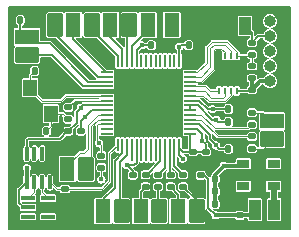
<source format=gbr>
%TF.GenerationSoftware,KiCad,Pcbnew,7.0.2-6a45011f42~172~ubuntu22.04.1*%
%TF.CreationDate,2023-05-22T20:19:48+08:00*%
%TF.ProjectId,fly2040,666c7932-3034-4302-9e6b-696361645f70,rev?*%
%TF.SameCoordinates,PX4323800PY2f1c8c0*%
%TF.FileFunction,Copper,L1,Top*%
%TF.FilePolarity,Positive*%
%FSLAX46Y46*%
G04 Gerber Fmt 4.6, Leading zero omitted, Abs format (unit mm)*
G04 Created by KiCad (PCBNEW 7.0.2-6a45011f42~172~ubuntu22.04.1) date 2023-05-22 20:19:48*
%MOMM*%
%LPD*%
G01*
G04 APERTURE LIST*
G04 Aperture macros list*
%AMRoundRect*
0 Rectangle with rounded corners*
0 $1 Rounding radius*
0 $2 $3 $4 $5 $6 $7 $8 $9 X,Y pos of 4 corners*
0 Add a 4 corners polygon primitive as box body*
4,1,4,$2,$3,$4,$5,$6,$7,$8,$9,$2,$3,0*
0 Add four circle primitives for the rounded corners*
1,1,$1+$1,$2,$3*
1,1,$1+$1,$4,$5*
1,1,$1+$1,$6,$7*
1,1,$1+$1,$8,$9*
0 Add four rect primitives between the rounded corners*
20,1,$1+$1,$2,$3,$4,$5,0*
20,1,$1+$1,$4,$5,$6,$7,0*
20,1,$1+$1,$6,$7,$8,$9,0*
20,1,$1+$1,$8,$9,$2,$3,0*%
G04 Aperture macros list end*
%TA.AperFunction,ComponentPad*%
%ADD10R,1.300000X2.000000*%
%TD*%
%TA.AperFunction,ComponentPad*%
%ADD11RoundRect,0.100000X-0.550000X0.900000X-0.550000X-0.900000X0.550000X-0.900000X0.550000X0.900000X0*%
%TD*%
%TA.AperFunction,SMDPad,CuDef*%
%ADD12RoundRect,0.135000X-0.185000X0.135000X-0.185000X-0.135000X0.185000X-0.135000X0.185000X0.135000X0*%
%TD*%
%TA.AperFunction,SMDPad,CuDef*%
%ADD13RoundRect,0.140000X-0.140000X-0.170000X0.140000X-0.170000X0.140000X0.170000X-0.140000X0.170000X0*%
%TD*%
%TA.AperFunction,SMDPad,CuDef*%
%ADD14R,0.200000X1.100000*%
%TD*%
%TA.AperFunction,SMDPad,CuDef*%
%ADD15R,1.100000X0.200000*%
%TD*%
%TA.AperFunction,SMDPad,CuDef*%
%ADD16R,3.100000X3.100000*%
%TD*%
%TA.AperFunction,SMDPad,CuDef*%
%ADD17R,0.280000X0.600000*%
%TD*%
%TA.AperFunction,SMDPad,CuDef*%
%ADD18R,1.700000X0.300000*%
%TD*%
%TA.AperFunction,ComponentPad*%
%ADD19O,1.000000X1.000000*%
%TD*%
%TA.AperFunction,ComponentPad*%
%ADD20RoundRect,0.100000X0.550000X-0.900000X0.550000X0.900000X-0.550000X0.900000X-0.550000X-0.900000X0*%
%TD*%
%TA.AperFunction,SMDPad,CuDef*%
%ADD21RoundRect,0.135000X0.185000X-0.135000X0.185000X0.135000X-0.185000X0.135000X-0.185000X-0.135000X0*%
%TD*%
%TA.AperFunction,SMDPad,CuDef*%
%ADD22RoundRect,0.135000X-0.135000X-0.185000X0.135000X-0.185000X0.135000X0.185000X-0.135000X0.185000X0*%
%TD*%
%TA.AperFunction,SMDPad,CuDef*%
%ADD23RoundRect,0.140000X-0.170000X0.140000X-0.170000X-0.140000X0.170000X-0.140000X0.170000X0.140000X0*%
%TD*%
%TA.AperFunction,ComponentPad*%
%ADD24R,2.000000X1.300000*%
%TD*%
%TA.AperFunction,ComponentPad*%
%ADD25RoundRect,0.100000X-0.900000X-0.550000X0.900000X-0.550000X0.900000X0.550000X-0.900000X0.550000X0*%
%TD*%
%TA.AperFunction,SMDPad,CuDef*%
%ADD26R,1.145000X0.400000*%
%TD*%
%TA.AperFunction,SMDPad,CuDef*%
%ADD27RoundRect,0.140000X0.170000X-0.140000X0.170000X0.140000X-0.170000X0.140000X-0.170000X-0.140000X0*%
%TD*%
%TA.AperFunction,SMDPad,CuDef*%
%ADD28R,0.200000X0.550000*%
%TD*%
%TA.AperFunction,SMDPad,CuDef*%
%ADD29R,1.000000X1.720000*%
%TD*%
%TA.AperFunction,SMDPad,CuDef*%
%ADD30O,0.364000X1.222000*%
%TD*%
%TA.AperFunction,SMDPad,CuDef*%
%ADD31R,1.000000X1.524000*%
%TD*%
%TA.AperFunction,SMDPad,CuDef*%
%ADD32R,1.200000X1.400000*%
%TD*%
%TA.AperFunction,SMDPad,CuDef*%
%ADD33R,1.100000X0.700000*%
%TD*%
%TA.AperFunction,ViaPad*%
%ADD34C,0.450000*%
%TD*%
%TA.AperFunction,Conductor*%
%ADD35C,0.100000*%
%TD*%
%TA.AperFunction,Conductor*%
%ADD36C,0.200000*%
%TD*%
%TA.AperFunction,Conductor*%
%ADD37C,0.357600*%
%TD*%
%TA.AperFunction,Conductor*%
%ADD38C,0.500000*%
%TD*%
G04 APERTURE END LIST*
D10*
%TO.P,J9,1,Pin_1*%
%TO.N,NS_10*%
X8675001Y-1605000D03*
D11*
%TO.P,J9,2,Pin_2*%
%TO.N,NS_11*%
X7125001Y-1605000D03*
%TD*%
D12*
%TO.P,R4,1*%
%TO.N,Net-(U1-USB_DM)*%
X20655000Y-11040000D03*
%TO.P,R4,2*%
%TO.N,D-*%
X20655000Y-12060000D03*
%TD*%
D13*
%TO.P,C3,1*%
%TO.N,XIN*%
X2270000Y-5475000D03*
%TO.P,C3,2*%
%TO.N,GND*%
X3230000Y-5475000D03*
%TD*%
D12*
%TO.P,R9,1*%
%TO.N,Net-(U1-GPIO27_ADC1)*%
X12708000Y-14285000D03*
%TO.P,R9,2*%
%TO.N,NS_CLK*%
X12708000Y-15305000D03*
%TD*%
D13*
%TO.P,C17,1*%
%TO.N,+5V*%
X17535000Y-15695000D03*
%TO.P,C17,2*%
%TO.N,GND*%
X18495000Y-15695000D03*
%TD*%
D14*
%TO.P,U1,1,IOVDD*%
%TO.N,+3V3*%
X14495000Y-4655000D03*
%TO.P,U1,2,GPIO0*%
%TO.N,unconnected-(U1-GPIO0-Pad2)*%
X14095000Y-4655000D03*
%TO.P,U1,3,GPIO1*%
%TO.N,unconnected-(U1-GPIO1-Pad3)*%
X13695000Y-4655000D03*
%TO.P,U1,4,GPIO2*%
%TO.N,unconnected-(U1-GPIO2-Pad4)*%
X13295000Y-4655000D03*
%TO.P,U1,5,GPIO3*%
%TO.N,unconnected-(U1-GPIO3-Pad5)*%
X12895000Y-4655000D03*
%TO.P,U1,6,GPIO4*%
%TO.N,unconnected-(U1-GPIO4-Pad6)*%
X12495000Y-4655000D03*
%TO.P,U1,7,GPIO5*%
%TO.N,unconnected-(U1-GPIO5-Pad7)*%
X12095000Y-4655000D03*
%TO.P,U1,8,GPIO6*%
%TO.N,unconnected-(U1-GPIO6-Pad8)*%
X11695000Y-4655000D03*
%TO.P,U1,9,GPIO7*%
%TO.N,unconnected-(U1-GPIO7-Pad9)*%
X11295000Y-4655000D03*
%TO.P,U1,10,IOVDD*%
%TO.N,+3V3*%
X10895000Y-4655000D03*
%TO.P,U1,11,GPIO8*%
%TO.N,NS_8*%
X10495000Y-4655000D03*
%TO.P,U1,12,GPIO9*%
%TO.N,NS_9*%
X10095000Y-4655000D03*
%TO.P,U1,13,GPIO10*%
%TO.N,NS_10*%
X9695000Y-4655000D03*
%TO.P,U1,14,GPIO11*%
%TO.N,NS_11*%
X9295000Y-4655000D03*
D15*
%TO.P,U1,15,GPIO12*%
%TO.N,NS_SDA*%
X8345000Y-5605000D03*
%TO.P,U1,16,GPIO13*%
%TO.N,NS_SCL*%
X8345000Y-6005000D03*
%TO.P,U1,17,GPIO14*%
%TO.N,NS_CPU_PD*%
X8345000Y-6405000D03*
%TO.P,U1,18,GPIO15*%
%TO.N,NS_CPU*%
X8345000Y-6805000D03*
%TO.P,U1,19,TESTEN*%
%TO.N,GND*%
X8345000Y-7205000D03*
%TO.P,U1,20,XIN*%
%TO.N,XIN*%
X8345000Y-7605000D03*
%TO.P,U1,21,XOUT*%
%TO.N,XOUT*%
X8345000Y-8005000D03*
%TO.P,U1,22,IOVDD*%
%TO.N,+3V3*%
X8345000Y-8405000D03*
%TO.P,U1,23,DVDD*%
%TO.N,+1V1*%
X8345000Y-8805000D03*
%TO.P,U1,24,SWCLK*%
%TO.N,DBG_CLK*%
X8345000Y-9205000D03*
%TO.P,U1,25,SWD*%
%TO.N,DBG_DAT*%
X8345000Y-9605000D03*
%TO.P,U1,26,RUN*%
%TO.N,RST*%
X8345000Y-10005000D03*
%TO.P,U1,27,GPIO16*%
%TO.N,unconnected-(U1-GPIO16-Pad27)*%
X8345000Y-10405000D03*
%TO.P,U1,28,GPIO17*%
%TO.N,unconnected-(U1-GPIO17-Pad28)*%
X8345000Y-10805000D03*
D14*
%TO.P,U1,29,GPIO18*%
%TO.N,LED_EN*%
X9295000Y-11755000D03*
%TO.P,U1,30,GPIO19*%
%TO.N,NS_19*%
X9695000Y-11755000D03*
%TO.P,U1,31,GPIO20*%
%TO.N,NS_20*%
X10095000Y-11755000D03*
%TO.P,U1,32,GPIO21*%
%TO.N,PAD_21*%
X10495000Y-11755000D03*
%TO.P,U1,33,IOVDD*%
%TO.N,+3V3*%
X10895000Y-11755000D03*
%TO.P,U1,34,GPIO22*%
%TO.N,PAD_22*%
X11295000Y-11755000D03*
%TO.P,U1,35,GPIO23*%
%TO.N,PAD_23*%
X11695000Y-11755000D03*
%TO.P,U1,36,GPIO24*%
%TO.N,PAD_24*%
X12095000Y-11755000D03*
%TO.P,U1,37,GPIO25*%
%TO.N,PAD_25*%
X12495000Y-11755000D03*
%TO.P,U1,38,GPIO26_ADC0*%
%TO.N,Net-(U1-GPIO26_ADC0)*%
X12895000Y-11755000D03*
%TO.P,U1,39,GPIO27_ADC1*%
%TO.N,Net-(U1-GPIO27_ADC1)*%
X13295000Y-11755000D03*
%TO.P,U1,40,GPIO28_ADC2*%
%TO.N,Net-(U1-GPIO28_ADC2)*%
X13695000Y-11755000D03*
%TO.P,U1,41,GPIO29_ADC3*%
%TO.N,Net-(U1-GPIO29_ADC3)*%
X14095000Y-11755000D03*
%TO.P,U1,42,IOVDD*%
%TO.N,+3V3*%
X14495000Y-11755000D03*
D15*
%TO.P,U1,43,ADC_AVDD*%
X15445000Y-10805000D03*
%TO.P,U1,44,VREG_IN*%
X15445000Y-10405000D03*
%TO.P,U1,45,VREG_VOUT*%
%TO.N,+1V1*%
X15445000Y-10005000D03*
%TO.P,U1,46,USB_DM*%
%TO.N,Net-(U1-USB_DM)*%
X15445000Y-9605000D03*
%TO.P,U1,47,USB_DP*%
%TO.N,Net-(U1-USB_DP)*%
X15445000Y-9205000D03*
%TO.P,U1,48,USB_VDD*%
%TO.N,+3V3*%
X15445000Y-8805000D03*
%TO.P,U1,49,IOVDD*%
X15445000Y-8405000D03*
%TO.P,U1,50,DVDD*%
%TO.N,+1V1*%
X15445000Y-8005000D03*
%TO.P,U1,51,QSPI_SD3*%
%TO.N,QSPI_SD3*%
X15445000Y-7605000D03*
%TO.P,U1,52,QSPI_SCLK*%
%TO.N,QSPI_SCK*%
X15445000Y-7205000D03*
%TO.P,U1,53,QSPI_SD0*%
%TO.N,QSPI_SD0*%
X15445000Y-6805000D03*
%TO.P,U1,54,QSPI_SD2*%
%TO.N,QSPI_SD2*%
X15445000Y-6405000D03*
%TO.P,U1,55,QSPI_SD1*%
%TO.N,QSPI_SD1*%
X15445000Y-6005000D03*
%TO.P,U1,56,QSPI_SS*%
%TO.N,QSPI_CS*%
X15445000Y-5605000D03*
D16*
%TO.P,U1,57,GND*%
%TO.N,GND*%
X11895000Y-8205000D03*
%TD*%
D17*
%TO.P,U2,1,CS#*%
%TO.N,QSPI_CS*%
X19365000Y-4185500D03*
%TO.P,U2,2,DO(IO1)*%
%TO.N,QSPI_SD1*%
X18865000Y-4185500D03*
%TO.P,U2,3,WP#(IO2)*%
%TO.N,QSPI_SD2*%
X18365000Y-4185500D03*
%TO.P,U2,4,GND*%
%TO.N,GND*%
X17865000Y-4185500D03*
%TO.P,U2,5,DI(IO0)*%
%TO.N,QSPI_SD0*%
X17865000Y-7199500D03*
%TO.P,U2,6,CLK*%
%TO.N,QSPI_SCK*%
X18365000Y-7199500D03*
%TO.P,U2,7,HOLD#orRESET#(IO3)*%
%TO.N,QSPI_SD3*%
X18865000Y-7199500D03*
%TO.P,U2,8,VCC*%
%TO.N,+3V3*%
X19365000Y-7199500D03*
D18*
%TO.P,U2,9,EP*%
%TO.N,GND*%
X18615000Y-5692500D03*
%TD*%
D13*
%TO.P,C16,1*%
%TO.N,+5V*%
X17535000Y-14645000D03*
%TO.P,C16,2*%
%TO.N,GND*%
X18495000Y-14645000D03*
%TD*%
D10*
%TO.P,J10,1,Pin_1*%
%TO.N,NS_8*%
X11840000Y-1605000D03*
D11*
%TO.P,J10,2,Pin_2*%
%TO.N,NS_9*%
X10290000Y-1605000D03*
%TD*%
D19*
%TO.P,J8,1,Pin_1*%
%TO.N,RST*%
X22189248Y-1283121D03*
%TO.P,J8,2,Pin_2*%
%TO.N,BOOT*%
X22189248Y-2553121D03*
%TO.P,J8,3,Pin_3*%
%TO.N,D+*%
X22189248Y-3823121D03*
%TO.P,J8,4,Pin_4*%
%TO.N,D-*%
X22189248Y-5093121D03*
%TO.P,J8,5,Pin_5*%
%TO.N,+3V3*%
X22189248Y-6363121D03*
%TO.P,J8,6,Pin_6*%
%TO.N,GND*%
X22189248Y-7633121D03*
%TD*%
D10*
%TO.P,J1,1,Pin_1*%
%TO.N,+3V3*%
X13860000Y-1610000D03*
D20*
%TO.P,J1,2,Pin_2*%
%TO.N,GND*%
X15410000Y-1610000D03*
%TD*%
D13*
%TO.P,C12,1*%
%TO.N,+3V3*%
X12130000Y-3315000D03*
%TO.P,C12,2*%
%TO.N,GND*%
X13090000Y-3315000D03*
%TD*%
%TO.P,C5,1*%
%TO.N,+1V1*%
X18655000Y-12080000D03*
%TO.P,C5,2*%
%TO.N,GND*%
X19615000Y-12080000D03*
%TD*%
D21*
%TO.P,R2,1*%
%TO.N,+3V3*%
X7905000Y-13680000D03*
%TO.P,R2,2*%
%TO.N,RST*%
X7905000Y-12660000D03*
%TD*%
D10*
%TO.P,J4,1,Pin_1*%
%TO.N,NS_CMD*%
X14415000Y-17340000D03*
D20*
%TO.P,J4,2,Pin_2*%
%TO.N,NS_D0*%
X15965000Y-17340000D03*
%TD*%
D22*
%TO.P,R12,1*%
%TO.N,NS_CPU_PD*%
X1040000Y-1195000D03*
%TO.P,R12,2*%
%TO.N,GND*%
X2060000Y-1195000D03*
%TD*%
D23*
%TO.P,C7,1*%
%TO.N,+3V3*%
X10570000Y-14310000D03*
%TO.P,C7,2*%
%TO.N,GND*%
X10570000Y-15270000D03*
%TD*%
%TO.P,C14,1*%
%TO.N,+3V3*%
X20665000Y-7075000D03*
%TO.P,C14,2*%
%TO.N,GND*%
X20665000Y-8035000D03*
%TD*%
D13*
%TO.P,C2,1*%
%TO.N,+1V1*%
X18650000Y-8705000D03*
%TO.P,C2,2*%
%TO.N,GND*%
X19610000Y-8705000D03*
%TD*%
D24*
%TO.P,J2,1,Pin_1*%
%TO.N,NS_CPU_PD*%
X1615000Y-2600000D03*
D25*
%TO.P,J2,2,Pin_2*%
%TO.N,NS_CPU*%
X1615000Y-4150000D03*
%TD*%
D13*
%TO.P,C18,1*%
%TO.N,+5V*%
X17535000Y-16745000D03*
%TO.P,C18,2*%
%TO.N,GND*%
X18495000Y-16745000D03*
%TD*%
D10*
%TO.P,J7,1,Pin_1*%
%TO.N,DBG_CLK*%
X5035000Y-13795000D03*
D20*
%TO.P,J7,2,Pin_2*%
%TO.N,DBG_DAT*%
X6585000Y-13795000D03*
%TD*%
D10*
%TO.P,J6,1,Pin_1*%
%TO.N,NS_SDA*%
X5530000Y-1605000D03*
D11*
%TO.P,J6,2,Pin_2*%
%TO.N,NS_SCL*%
X3980000Y-1605000D03*
%TD*%
D26*
%TO.P,LED1,1,SDO*%
%TO.N,unconnected-(LED1-SDO-Pad1)*%
X3388000Y-17850000D03*
%TO.P,LED1,2,GND*%
%TO.N,GND*%
X3388000Y-17050000D03*
%TO.P,LED1,3,SDI*%
%TO.N,LED_DATA_5V*%
X3388000Y-16250000D03*
%TO.P,LED1,4,CKL*%
%TO.N,LED_CLK_5V*%
X1692000Y-16250000D03*
%TO.P,LED1,5,VDD*%
%TO.N,+5V*%
X1692000Y-17050000D03*
%TO.P,LED1,6,CKO*%
%TO.N,unconnected-(LED1-CKO-Pad6)*%
X1692000Y-17850000D03*
%TD*%
D10*
%TO.P,J11,1,Pin_1*%
%TO.N,NS_19*%
X8065000Y-17340000D03*
D20*
%TO.P,J11,2,Pin_2*%
%TO.N,NS_20*%
X9615000Y-17340000D03*
%TD*%
D12*
%TO.P,R8,1*%
%TO.N,Net-(U1-GPIO26_ADC0)*%
X11647000Y-14285000D03*
%TO.P,R8,2*%
%TO.N,NS_RST*%
X11647000Y-15305000D03*
%TD*%
D23*
%TO.P,C4,1*%
%TO.N,+1V1*%
X6170000Y-10580000D03*
%TO.P,C4,2*%
%TO.N,GND*%
X6170000Y-11540000D03*
%TD*%
D12*
%TO.P,R11,1*%
%TO.N,Net-(U1-GPIO29_ADC3)*%
X14830000Y-14285000D03*
%TO.P,R11,2*%
%TO.N,NS_D0*%
X14830000Y-15305000D03*
%TD*%
D13*
%TO.P,C11,1*%
%TO.N,+3V3*%
X15310000Y-3310000D03*
%TO.P,C11,2*%
%TO.N,GND*%
X16270000Y-3310000D03*
%TD*%
D23*
%TO.P,C8,1*%
%TO.N,+3V3*%
X16325000Y-14315000D03*
%TO.P,C8,2*%
%TO.N,GND*%
X16325000Y-15275000D03*
%TD*%
D21*
%TO.P,R3,1*%
%TO.N,Net-(U1-USB_DP)*%
X20655000Y-10040001D03*
%TO.P,R3,2*%
%TO.N,D+*%
X20655000Y-9020001D03*
%TD*%
%TO.P,R7,1*%
%TO.N,GND*%
X4835000Y-16500000D03*
%TO.P,R7,2*%
%TO.N,LED_EN*%
X4835000Y-15480000D03*
%TD*%
D27*
%TO.P,C15,1*%
%TO.N,+3V3*%
X19610000Y-17705000D03*
%TO.P,C15,2*%
%TO.N,GND*%
X19610000Y-16745000D03*
%TD*%
D24*
%TO.P,J5,1,Pin_1*%
%TO.N,D+*%
X22350000Y-9740000D03*
D25*
%TO.P,J5,2,Pin_2*%
%TO.N,D-*%
X22350000Y-11290000D03*
%TD*%
D10*
%TO.P,J3,1,Pin_1*%
%TO.N,NS_RST*%
X11255000Y-17340000D03*
D20*
%TO.P,J3,2,Pin_2*%
%TO.N,NS_CLK*%
X12805000Y-17340000D03*
%TD*%
D28*
%TO.P,J12,1,Pin_1*%
%TO.N,PAD_21*%
X10500000Y-12870000D03*
%TO.P,J12,2,Pin_2*%
%TO.N,+3V3*%
X10900000Y-12870000D03*
%TO.P,J12,3,Pin_3*%
%TO.N,PAD_22*%
X11300000Y-12870000D03*
%TO.P,J12,4,Pin_4*%
%TO.N,PAD_23*%
X11700000Y-12870000D03*
%TO.P,J12,5,Pin_5*%
%TO.N,PAD_24*%
X12100000Y-12870000D03*
%TO.P,J12,6,Pin_6*%
%TO.N,PAD_25*%
X12500000Y-12870000D03*
%TD*%
D29*
%TO.P,L1,1,1*%
%TO.N,+3V3*%
X20892000Y-17225000D03*
%TO.P,L1,2,2*%
%TO.N,Net-(U4-SW)*%
X22548000Y-17225000D03*
%TD*%
D30*
%TO.P,U3,1,VCCB*%
%TO.N,+5V*%
X1595000Y-14906000D03*
%TO.P,U3,2,B1*%
%TO.N,LED_CLK_5V*%
X2245000Y-14906000D03*
%TO.P,U3,3,B2*%
%TO.N,LED_DATA_5V*%
X2895000Y-14906000D03*
%TO.P,U3,4,OE*%
%TO.N,LED_EN*%
X3545000Y-14906000D03*
%TO.P,U3,5,GND*%
%TO.N,GND*%
X3545000Y-12484000D03*
%TO.P,U3,6,A2*%
%TO.N,LED_DATA*%
X2895000Y-12484000D03*
%TO.P,U3,7,A1*%
%TO.N,LED_CLK*%
X2245000Y-12484000D03*
%TO.P,U3,8,VCCA*%
%TO.N,+3V3*%
X1595000Y-12484000D03*
%TD*%
D31*
%TO.P,SW1,1,1*%
%TO.N,BOOT*%
X20095000Y-1670000D03*
%TO.P,SW1,2,2*%
%TO.N,GND*%
X16895000Y-1670000D03*
%TD*%
D23*
%TO.P,C9,1*%
%TO.N,+3V3*%
X15700000Y-12335000D03*
%TO.P,C9,2*%
%TO.N,GND*%
X15700000Y-13295000D03*
%TD*%
D21*
%TO.P,R1,1*%
%TO.N,Net-(X1-OSC1)*%
X5110000Y-9585000D03*
%TO.P,R1,2*%
%TO.N,XOUT*%
X5110000Y-8565000D03*
%TD*%
D32*
%TO.P,X1,1,OSC1*%
%TO.N,Net-(X1-OSC1)*%
X3630000Y-9120000D03*
%TO.P,X1,2,2*%
%TO.N,GND*%
X3630000Y-6920000D03*
%TO.P,X1,3,OSC2*%
%TO.N,XIN*%
X1880000Y-6920000D03*
%TO.P,X1,4,4*%
%TO.N,GND*%
X1880000Y-9120000D03*
%TD*%
D33*
%TO.P,U4,1,SW*%
%TO.N,Net-(U4-SW)*%
X22509000Y-15254000D03*
%TO.P,U4,2,GND*%
%TO.N,GND*%
X22509000Y-14304000D03*
%TO.P,U4,3,NC*%
%TO.N,unconnected-(U4-NC-Pad3)*%
X22509000Y-13352000D03*
%TO.P,U4,4,VOUT*%
%TO.N,+5V*%
X19921000Y-13352000D03*
%TO.P,U4,5,NC*%
%TO.N,unconnected-(U4-NC-Pad5)*%
X19921000Y-15252000D03*
%TD*%
D23*
%TO.P,C13,1*%
%TO.N,+3V3*%
X5115000Y-10575000D03*
%TO.P,C13,2*%
%TO.N,GND*%
X5115000Y-11535000D03*
%TD*%
D12*
%TO.P,R5,1*%
%TO.N,BOOT*%
X20665000Y-3095000D03*
%TO.P,R5,2*%
%TO.N,QSPI_CS*%
X20665000Y-4115000D03*
%TD*%
D13*
%TO.P,C10,1*%
%TO.N,+3V3*%
X18650000Y-9800000D03*
%TO.P,C10,2*%
%TO.N,GND*%
X19610000Y-9800000D03*
%TD*%
D27*
%TO.P,C6,1*%
%TO.N,GND*%
X16745000Y-13295000D03*
%TO.P,C6,2*%
%TO.N,+3V3*%
X16745000Y-12335000D03*
%TD*%
D12*
%TO.P,R10,1*%
%TO.N,Net-(U1-GPIO28_ADC2)*%
X13769000Y-14285000D03*
%TO.P,R10,2*%
%TO.N,NS_CMD*%
X13769000Y-15305000D03*
%TD*%
D21*
%TO.P,R6,1*%
%TO.N,+3V3*%
X20665000Y-6100000D03*
%TO.P,R6,2*%
%TO.N,QSPI_CS*%
X20665000Y-5080000D03*
%TD*%
D13*
%TO.P,C1,1*%
%TO.N,GND*%
X2285000Y-10555000D03*
%TO.P,C1,2*%
%TO.N,Net-(X1-OSC1)*%
X3245000Y-10555000D03*
%TD*%
D34*
%TO.N,GND*%
X1260000Y-5450000D03*
X14070000Y-10350000D03*
X9685000Y-5995000D03*
X18630000Y-5050000D03*
X1250000Y-10600000D03*
X2880000Y-1240000D03*
X4170000Y-10570000D03*
X21210000Y-14295000D03*
X4795000Y-17900000D03*
X4210000Y-5470000D03*
X5115000Y-12355000D03*
%TO.N,+3V3*%
X14495000Y-3430000D03*
X11320000Y-3315000D03*
X14795000Y-12925000D03*
X6165000Y-8595000D03*
X7905000Y-14675000D03*
X17640000Y-9615000D03*
X16445000Y-11420000D03*
X17585000Y-17705000D03*
X10070000Y-13460000D03*
%TO.N,RST*%
X7720000Y-11600000D03*
%TO.N,+1V1*%
X6550000Y-9350000D03*
X17325000Y-8705000D03*
X17615000Y-11790000D03*
%TO.N,+5V*%
X18281000Y-13514000D03*
X1605000Y-13700000D03*
%TD*%
D35*
%TO.N,GND*%
X3630000Y-5875000D02*
X3630000Y-6920000D01*
X3230000Y-5475000D02*
X3630000Y-5875000D01*
X2285000Y-10555000D02*
X1880000Y-10150000D01*
X1880000Y-10150000D02*
X1880000Y-9120000D01*
D36*
%TO.N,+3V3*%
X14780000Y-12330000D02*
X14495000Y-12045000D01*
X10895000Y-3740000D02*
X10895000Y-4655000D01*
X16455000Y-11410000D02*
X16445000Y-11420000D01*
X10070000Y-13460000D02*
X10570000Y-13960000D01*
X1730000Y-11240000D02*
X4375000Y-11240000D01*
X6165000Y-8595000D02*
X5805000Y-8955000D01*
X16740000Y-12330000D02*
X15380000Y-12330000D01*
X16620000Y-14315000D02*
X16325000Y-14315000D01*
D37*
X17585000Y-17705000D02*
X19610000Y-17705000D01*
D36*
X14615000Y-3310000D02*
X15310000Y-3310000D01*
X1595000Y-11375000D02*
X1730000Y-11240000D01*
X15380000Y-12330000D02*
X14780000Y-12330000D01*
X16740000Y-11715000D02*
X16740000Y-12330000D01*
D37*
X19610000Y-17705000D02*
X20412000Y-17705000D01*
D36*
X14795000Y-12925000D02*
X14495000Y-12625000D01*
X15445000Y-10405000D02*
X16040000Y-10405000D01*
D37*
X20665000Y-7075000D02*
X21376879Y-6363121D01*
D36*
X14495000Y-3430000D02*
X14615000Y-3310000D01*
X6165000Y-8595000D02*
X6355000Y-8405000D01*
X17263431Y-9615000D02*
X16053431Y-8405000D01*
X16040000Y-10405000D02*
X16455000Y-10820000D01*
X16445000Y-11420000D02*
X16740000Y-11715000D01*
X5805000Y-8955000D02*
X5805000Y-9865000D01*
X15445000Y-12080000D02*
X15700000Y-12335000D01*
X5805000Y-9865000D02*
X5115000Y-10555000D01*
X17585000Y-17705000D02*
X16950000Y-17070000D01*
X16950000Y-14645000D02*
X16620000Y-14315000D01*
X1595000Y-12484000D02*
X1595000Y-11375000D01*
X15445000Y-8405000D02*
X15445000Y-8805000D01*
X14495000Y-3430000D02*
X14495000Y-4655000D01*
D35*
X7905000Y-14675000D02*
X7905000Y-13680000D01*
D36*
X17640000Y-9615000D02*
X17825000Y-9800000D01*
X20540500Y-7199500D02*
X19365000Y-7199500D01*
X10570000Y-13960000D02*
X10570000Y-14310000D01*
D37*
X20412000Y-17705000D02*
X20892000Y-17225000D01*
D36*
X6355000Y-8405000D02*
X8345000Y-8405000D01*
D37*
X20665000Y-6100000D02*
X20665000Y-7075000D01*
D36*
X11320000Y-3315000D02*
X10895000Y-3740000D01*
X15445000Y-10805000D02*
X15445000Y-12080000D01*
X10895000Y-13245000D02*
X10895000Y-11755000D01*
X17825000Y-9800000D02*
X18650000Y-9800000D01*
X16950000Y-17070000D02*
X16950000Y-14645000D01*
X16053431Y-8405000D02*
X15445000Y-8405000D01*
X4375000Y-11240000D02*
X5040000Y-10575000D01*
X17640000Y-9615000D02*
X17263431Y-9615000D01*
X16455000Y-10820000D02*
X16455000Y-11410000D01*
X11320000Y-3315000D02*
X12130000Y-3315000D01*
X10680000Y-13460000D02*
X10895000Y-13245000D01*
X14495000Y-12625000D02*
X14495000Y-11755000D01*
X10070000Y-13460000D02*
X10680000Y-13460000D01*
D37*
X21376879Y-6363121D02*
X22189248Y-6363121D01*
D36*
%TO.N,BOOT*%
X22189248Y-2553121D02*
X21206879Y-2553121D01*
X21206879Y-2553121D02*
X20665000Y-3095000D01*
X20665000Y-3095000D02*
X20665000Y-2240000D01*
X20665000Y-2240000D02*
X20095000Y-1670000D01*
D35*
%TO.N,RST*%
X7905000Y-11785000D02*
X7905000Y-12660000D01*
X7555000Y-11435000D02*
X7555000Y-10065000D01*
X7555000Y-10065000D02*
X7615000Y-10005000D01*
X7720000Y-11600000D02*
X7555000Y-11435000D01*
X7615000Y-10005000D02*
X8345000Y-10005000D01*
X7720000Y-11600000D02*
X7905000Y-11785000D01*
D36*
%TO.N,+1V1*%
X6170000Y-9730000D02*
X6170000Y-10580000D01*
X17095000Y-11275000D02*
X17610000Y-11790000D01*
X17610000Y-11790000D02*
X17615000Y-11790000D01*
X7095000Y-8805000D02*
X8345000Y-8805000D01*
X16905000Y-8705000D02*
X16205000Y-8005000D01*
X6550000Y-9350000D02*
X6170000Y-9730000D01*
X6550000Y-9350000D02*
X7095000Y-8805000D01*
X17325000Y-8705000D02*
X16905000Y-8705000D01*
X17615000Y-11795000D02*
X17900000Y-12080000D01*
X17900000Y-12080000D02*
X18655000Y-12080000D01*
X17325000Y-8705000D02*
X18650000Y-8705000D01*
X17615000Y-11790000D02*
X17615000Y-11795000D01*
X15445000Y-10005000D02*
X16191543Y-10005000D01*
X16205000Y-8005000D02*
X15445000Y-8005000D01*
X16191543Y-10005000D02*
X17095000Y-10908457D01*
X17095000Y-10908457D02*
X17095000Y-11275000D01*
D35*
%TO.N,D-*%
X20655000Y-12060000D02*
X21580000Y-12060000D01*
X21580000Y-12060000D02*
X22350000Y-11290000D01*
%TO.N,D+*%
X21630001Y-9020001D02*
X22350000Y-9740000D01*
X20655000Y-9020001D02*
X21630001Y-9020001D01*
%TO.N,XIN*%
X8345000Y-7605000D02*
X4875000Y-7605000D01*
X1880000Y-6920000D02*
X1880000Y-5865000D01*
X4875000Y-7605000D02*
X4455000Y-8025000D01*
X2880000Y-8025000D02*
X1880000Y-7025000D01*
X4455000Y-8025000D02*
X2880000Y-8025000D01*
X1880000Y-5865000D02*
X2270000Y-5475000D01*
%TO.N,Net-(X1-OSC1)*%
X4645000Y-9120000D02*
X3630000Y-9120000D01*
X3630000Y-9120000D02*
X3630000Y-10170000D01*
X3630000Y-10170000D02*
X3245000Y-10555000D01*
X5110000Y-9585000D02*
X4645000Y-9120000D01*
D37*
%TO.N,+5V*%
X17535000Y-14645000D02*
X17535000Y-15695000D01*
X17535000Y-15695000D02*
X17535000Y-16745000D01*
X18281000Y-13514000D02*
X17535000Y-14260000D01*
X1605000Y-14896000D02*
X1595000Y-14906000D01*
D36*
X919500Y-15581500D02*
X919500Y-16650000D01*
D37*
X1605000Y-13700000D02*
X1605000Y-14896000D01*
D36*
X919500Y-16650000D02*
X1319500Y-17050000D01*
D37*
X17535000Y-14260000D02*
X17535000Y-14645000D01*
X19926000Y-13514000D02*
X18281000Y-13514000D01*
D36*
X1595000Y-14906000D02*
X919500Y-15581500D01*
D38*
%TO.N,Net-(U4-SW)*%
X22514000Y-15416000D02*
X22514000Y-17191000D01*
D35*
%TO.N,LED_DATA_5V*%
X2895000Y-14966000D02*
X2895000Y-15757000D01*
X2895000Y-15757000D02*
X3388000Y-16250000D01*
%TO.N,LED_CLK_5V*%
X2245000Y-15697000D02*
X1692000Y-16250000D01*
X2245000Y-14966000D02*
X2245000Y-15697000D01*
%TO.N,XOUT*%
X5670000Y-8005000D02*
X5110000Y-8565000D01*
X8345000Y-8005000D02*
X5670000Y-8005000D01*
%TO.N,Net-(U1-USB_DP)*%
X15445000Y-9205000D02*
X16372599Y-9205000D01*
X20345001Y-10350000D02*
X20655000Y-10040001D01*
X16372599Y-9205000D02*
X17517599Y-10350000D01*
X17517599Y-10350000D02*
X20345001Y-10350000D01*
%TO.N,Net-(U1-USB_DM)*%
X15445000Y-9605000D02*
X16355832Y-9605000D01*
X16355832Y-9605000D02*
X17790832Y-11040000D01*
X17790832Y-11040000D02*
X20655000Y-11040000D01*
%TO.N,QSPI_CS*%
X19365000Y-3850000D02*
X19365000Y-4185500D01*
X16860000Y-4780000D02*
X16860000Y-3450000D01*
X18540000Y-3025000D02*
X19365000Y-3850000D01*
X15445000Y-5605000D02*
X16035000Y-5605000D01*
X16035000Y-5605000D02*
X16860000Y-4780000D01*
X19365000Y-4185500D02*
X20665000Y-4185500D01*
X17285000Y-3025000D02*
X18540000Y-3025000D01*
X20665000Y-4185500D02*
X20665000Y-5080000D01*
X16860000Y-3450000D02*
X17285000Y-3025000D01*
%TO.N,LED_EN*%
X8575000Y-12475000D02*
X8575000Y-14840000D01*
X9295000Y-11755000D02*
X8575000Y-12475000D01*
X7935000Y-15480000D02*
X4119000Y-15480000D01*
X4119000Y-15480000D02*
X3545000Y-14906000D01*
X8575000Y-14840000D02*
X7935000Y-15480000D01*
%TO.N,QSPI_SD3*%
X18365122Y-8029500D02*
X18865000Y-7529622D01*
X16979500Y-8029500D02*
X18365122Y-8029500D01*
X18865000Y-7529622D02*
X18865000Y-7199500D01*
X15445000Y-7605000D02*
X16555000Y-7605000D01*
X16555000Y-7605000D02*
X16979500Y-8029500D01*
%TO.N,QSPI_SCK*%
X18365000Y-7619500D02*
X18365000Y-7199500D01*
X17194500Y-7739500D02*
X18245000Y-7739500D01*
X18245000Y-7739500D02*
X18365000Y-7619500D01*
X15445000Y-7205000D02*
X16660000Y-7205000D01*
X16660000Y-7205000D02*
X17194500Y-7739500D01*
%TO.N,QSPI_SD0*%
X16720000Y-6805000D02*
X17114500Y-7199500D01*
X15445000Y-6805000D02*
X16720000Y-6805000D01*
X17114500Y-7199500D02*
X17865000Y-7199500D01*
%TO.N,QSPI_SD2*%
X15445000Y-6405000D02*
X16315000Y-6405000D01*
X17525500Y-3605000D02*
X18070000Y-3605000D01*
X18070000Y-3605000D02*
X18365000Y-3900000D01*
X17425000Y-3705500D02*
X17525500Y-3605000D01*
X17425000Y-5295000D02*
X17425000Y-3705500D01*
X16315000Y-6405000D02*
X17425000Y-5295000D01*
X18365000Y-3900000D02*
X18365000Y-4185500D01*
%TO.N,QSPI_SD1*%
X17405378Y-3315000D02*
X18414500Y-3315000D01*
X18414500Y-3315000D02*
X18865000Y-3765500D01*
X15445000Y-6005000D02*
X16304878Y-6005000D01*
X17135000Y-3585378D02*
X17405378Y-3315000D01*
X18865000Y-3765500D02*
X18865000Y-4185500D01*
X16304878Y-6005000D02*
X17135000Y-5174878D01*
X17135000Y-5174878D02*
X17135000Y-3585378D01*
D36*
%TO.N,NS_RST*%
X11255000Y-15697000D02*
X11255000Y-17340000D01*
X11647000Y-15305000D02*
X11255000Y-15697000D01*
%TO.N,NS_CLK*%
X12708000Y-17243000D02*
X12805000Y-17340000D01*
X12708000Y-15305000D02*
X12708000Y-17243000D01*
%TO.N,NS_CMD*%
X14415000Y-15951000D02*
X14415000Y-17340000D01*
X13769000Y-15305000D02*
X14415000Y-15951000D01*
%TO.N,NS_D0*%
X14830000Y-15305000D02*
X15965000Y-16440000D01*
X15965000Y-16440000D02*
X15965000Y-17340000D01*
D35*
%TO.N,DBG_CLK*%
X6410000Y-12415000D02*
X6065000Y-12415000D01*
X6065000Y-12415000D02*
X5035000Y-13445000D01*
X7594756Y-9205000D02*
X6765000Y-10034756D01*
X5035000Y-13445000D02*
X5035000Y-13795000D01*
X8345000Y-9205000D02*
X7594756Y-9205000D01*
X6765000Y-10034756D02*
X6765000Y-12060000D01*
X6765000Y-12060000D02*
X6410000Y-12415000D01*
%TO.N,DBG_DAT*%
X7604878Y-9605000D02*
X7060000Y-10149878D01*
X8345000Y-9605000D02*
X7604878Y-9605000D01*
X7060000Y-10149878D02*
X7060000Y-13320000D01*
X7060000Y-13320000D02*
X6585000Y-13795000D01*
D36*
%TO.N,Net-(U1-GPIO26_ADC0)*%
X12895000Y-13145000D02*
X11755000Y-14285000D01*
X11755000Y-14285000D02*
X11647000Y-14285000D01*
X12895000Y-11755000D02*
X12895000Y-13145000D01*
%TO.N,Net-(U1-GPIO27_ADC1)*%
X13295000Y-11755000D02*
X13295000Y-13698000D01*
X13295000Y-13698000D02*
X12708000Y-14285000D01*
%TO.N,Net-(U1-GPIO28_ADC2)*%
X13695000Y-14211000D02*
X13769000Y-14285000D01*
X13695000Y-11755000D02*
X13695000Y-14211000D01*
%TO.N,Net-(U1-GPIO29_ADC3)*%
X14095000Y-13550000D02*
X14830000Y-14285000D01*
X14095000Y-11755000D02*
X14095000Y-13550000D01*
%TO.N,NS_CPU*%
X8345000Y-6805000D02*
X6395000Y-6805000D01*
X3740000Y-4150000D02*
X1615000Y-4150000D01*
X6395000Y-6805000D02*
X3740000Y-4150000D01*
%TO.N,NS_SDA*%
X5530000Y-2805000D02*
X5530000Y-1605000D01*
X8330000Y-5605000D02*
X5530000Y-2805000D01*
%TO.N,NS_SCL*%
X8345000Y-6005000D02*
X7615000Y-6005000D01*
X7615000Y-6005000D02*
X3980000Y-2370000D01*
%TO.N,NS_CPU_PD*%
X1040000Y-1195000D02*
X1040000Y-2025000D01*
X6815000Y-6405000D02*
X3565000Y-3155000D01*
X8345000Y-6405000D02*
X6815000Y-6405000D01*
X2170000Y-3155000D02*
X1615000Y-2600000D01*
X1040000Y-2025000D02*
X1615000Y-2600000D01*
X3565000Y-3155000D02*
X2170000Y-3155000D01*
%TO.N,NS_10*%
X8675001Y-2585001D02*
X8675001Y-1605000D01*
X9695000Y-4655000D02*
X9695000Y-3605000D01*
X9695000Y-3605000D02*
X8675001Y-2585001D01*
%TO.N,NS_11*%
X9295000Y-4185000D02*
X7125001Y-2015001D01*
X9295000Y-4655000D02*
X9295000Y-4185000D01*
%TO.N,NS_8*%
X10495000Y-4655000D02*
X10495000Y-3380000D01*
X11840000Y-2035000D02*
X11840000Y-1605000D01*
X10495000Y-3380000D02*
X11840000Y-2035000D01*
%TO.N,NS_9*%
X10095000Y-4655000D02*
X10095000Y-1800000D01*
X10095000Y-1800000D02*
X10290000Y-1605000D01*
%TO.N,NS_19*%
X9695000Y-11755000D02*
X9695000Y-12440000D01*
X8065000Y-16350000D02*
X8065000Y-17340000D01*
X9050000Y-15365000D02*
X8065000Y-16350000D01*
X9050000Y-13085000D02*
X9050000Y-15365000D01*
X9695000Y-12440000D02*
X9050000Y-13085000D01*
%TO.N,NS_20*%
X9470000Y-13225000D02*
X9470000Y-17195000D01*
X10095000Y-12600000D02*
X9470000Y-13225000D01*
X9470000Y-17195000D02*
X9615000Y-17340000D01*
X10095000Y-11755000D02*
X10095000Y-12600000D01*
%TO.N,PAD_21*%
X10495000Y-11755000D02*
X10495000Y-12795000D01*
%TO.N,PAD_22*%
X11295000Y-11755000D02*
X11295000Y-12795000D01*
%TO.N,PAD_23*%
X11695000Y-11755000D02*
X11695000Y-12795000D01*
%TO.N,PAD_24*%
X12095000Y-11755000D02*
X12095000Y-12795000D01*
%TO.N,PAD_25*%
X12495000Y-11755000D02*
X12495000Y-12795000D01*
%TD*%
%TA.AperFunction,Conductor*%
%TO.N,GND*%
G36*
X4601611Y-9273752D02*
G01*
X4681790Y-9353931D01*
X4696142Y-9388579D01*
X4695201Y-9398136D01*
X4689500Y-9426803D01*
X4689500Y-9743197D01*
X4703163Y-9811887D01*
X4704949Y-9814560D01*
X4755214Y-9889786D01*
X4801181Y-9920500D01*
X4833112Y-9941836D01*
X4901802Y-9955500D01*
X4901804Y-9955500D01*
X5318191Y-9955500D01*
X5318196Y-9955500D01*
X5320113Y-9955118D01*
X5322032Y-9955500D01*
X5323022Y-9955500D01*
X5323022Y-9955696D01*
X5356894Y-9962431D01*
X5377733Y-9993612D01*
X5370420Y-10030395D01*
X5364323Y-10037824D01*
X5222000Y-10180148D01*
X5187352Y-10194500D01*
X4921309Y-10194500D01*
X4851162Y-10208453D01*
X4771609Y-10261609D01*
X4718453Y-10341162D01*
X4704500Y-10411309D01*
X4704500Y-10622352D01*
X4690148Y-10657000D01*
X4310900Y-11036248D01*
X4276252Y-11050600D01*
X3478367Y-11050600D01*
X3443719Y-11036248D01*
X3429367Y-11001600D01*
X3443719Y-10966952D01*
X3468807Y-10953542D01*
X3475971Y-10952116D01*
X3478839Y-10951546D01*
X3558391Y-10898391D01*
X3611546Y-10818839D01*
X3625500Y-10748688D01*
X3625500Y-10391937D01*
X3639852Y-10357289D01*
X3689483Y-10307658D01*
X3741546Y-10255595D01*
X3741546Y-10255593D01*
X3745578Y-10251562D01*
X3745579Y-10251559D01*
X3754982Y-10242158D01*
X3758230Y-10230034D01*
X3763127Y-10218214D01*
X3763262Y-10217981D01*
X3769399Y-10207352D01*
X3769399Y-10194059D01*
X3769400Y-10194050D01*
X3769400Y-9969499D01*
X3783752Y-9934851D01*
X3818400Y-9920499D01*
X4239898Y-9920499D01*
X4269213Y-9914669D01*
X4288032Y-9902095D01*
X4302457Y-9892457D01*
X4324669Y-9859213D01*
X4330500Y-9829899D01*
X4330500Y-9308400D01*
X4344852Y-9273752D01*
X4379500Y-9259400D01*
X4566963Y-9259400D01*
X4601611Y-9273752D01*
G37*
%TD.AperFunction*%
%TA.AperFunction,Conductor*%
G36*
X23955648Y-44352D02*
G01*
X23970000Y-79000D01*
X23970000Y-18921000D01*
X23955648Y-18955648D01*
X23921000Y-18970000D01*
X79000Y-18970000D01*
X44352Y-18955648D01*
X30000Y-18921000D01*
X30000Y-18059897D01*
X1019000Y-18059897D01*
X1024830Y-18089213D01*
X1047042Y-18122456D01*
X1047043Y-18122457D01*
X1080287Y-18144669D01*
X1109601Y-18150500D01*
X2274398Y-18150499D01*
X2303713Y-18144669D01*
X2336957Y-18122457D01*
X2359169Y-18089213D01*
X2365000Y-18059899D01*
X2365000Y-18059897D01*
X2715000Y-18059897D01*
X2720830Y-18089213D01*
X2743042Y-18122456D01*
X2743043Y-18122457D01*
X2776287Y-18144669D01*
X2805601Y-18150500D01*
X3970398Y-18150499D01*
X3999713Y-18144669D01*
X4032957Y-18122457D01*
X4055169Y-18089213D01*
X4061000Y-18059899D01*
X4060999Y-17640102D01*
X4055169Y-17610787D01*
X4055169Y-17610786D01*
X4032957Y-17577543D01*
X4032956Y-17577542D01*
X3999713Y-17555331D01*
X3999712Y-17555330D01*
X3999711Y-17555330D01*
X3970400Y-17549500D01*
X2805602Y-17549500D01*
X2776286Y-17555330D01*
X2743043Y-17577542D01*
X2720830Y-17610788D01*
X2715000Y-17640099D01*
X2715000Y-18059897D01*
X2365000Y-18059897D01*
X2364999Y-17640102D01*
X2359169Y-17610787D01*
X2359169Y-17610786D01*
X2336957Y-17577543D01*
X2336956Y-17577542D01*
X2303713Y-17555331D01*
X2303712Y-17555330D01*
X2303711Y-17555330D01*
X2274400Y-17549500D01*
X1109602Y-17549500D01*
X1080286Y-17555330D01*
X1047043Y-17577542D01*
X1024830Y-17610788D01*
X1019000Y-17640099D01*
X1019000Y-18059897D01*
X30000Y-18059897D01*
X30000Y-16628248D01*
X726451Y-16628248D01*
X729792Y-16657901D01*
X730100Y-16663387D01*
X730100Y-16671340D01*
X731868Y-16679089D01*
X732788Y-16684502D01*
X736131Y-16714164D01*
X737581Y-16716471D01*
X743861Y-16731632D01*
X744468Y-16734291D01*
X756597Y-16749500D01*
X763072Y-16757620D01*
X766250Y-16762100D01*
X770482Y-16768835D01*
X776102Y-16774455D01*
X779763Y-16778551D01*
X791381Y-16793118D01*
X798374Y-16801887D01*
X800831Y-16803070D01*
X814216Y-16812568D01*
X1004648Y-17003000D01*
X1019000Y-17037648D01*
X1019000Y-17259897D01*
X1024830Y-17289213D01*
X1047042Y-17322456D01*
X1047043Y-17322457D01*
X1080287Y-17344669D01*
X1109601Y-17350500D01*
X2274398Y-17350499D01*
X2303713Y-17344669D01*
X2336957Y-17322457D01*
X2359169Y-17289213D01*
X2365000Y-17259899D01*
X2364999Y-16840102D01*
X2359169Y-16810787D01*
X2359169Y-16810786D01*
X2336957Y-16777543D01*
X2332335Y-16774455D01*
X2303713Y-16755331D01*
X2303712Y-16755330D01*
X2303711Y-16755330D01*
X2274401Y-16749500D01*
X2274399Y-16749500D01*
X1307148Y-16749500D01*
X1272500Y-16735148D01*
X1171500Y-16634147D01*
X1157148Y-16599499D01*
X1171500Y-16564851D01*
X1206145Y-16550499D01*
X2274398Y-16550499D01*
X2303713Y-16544669D01*
X2336957Y-16522457D01*
X2359169Y-16489213D01*
X2365000Y-16459899D01*
X2364999Y-16040102D01*
X2359169Y-16010787D01*
X2359169Y-16010786D01*
X2336957Y-15977543D01*
X2329780Y-15972748D01*
X2303713Y-15955331D01*
X2303710Y-15955330D01*
X2293611Y-15953321D01*
X2262429Y-15932485D01*
X2255114Y-15895702D01*
X2268521Y-15870619D01*
X2356546Y-15782595D01*
X2356546Y-15782593D01*
X2360580Y-15778560D01*
X2360581Y-15778558D01*
X2369982Y-15769158D01*
X2373230Y-15757034D01*
X2378127Y-15745214D01*
X2384399Y-15734352D01*
X2384399Y-15721059D01*
X2384400Y-15721050D01*
X2384400Y-15611511D01*
X2398752Y-15576863D01*
X2411561Y-15567647D01*
X2418193Y-15564345D01*
X2489346Y-15486293D01*
X2525980Y-15391728D01*
X2551879Y-15364606D01*
X2589372Y-15363740D01*
X2616496Y-15389639D01*
X2619837Y-15400427D01*
X2627013Y-15438817D01*
X2682614Y-15528615D01*
X2736128Y-15569028D01*
X2755129Y-15601362D01*
X2755599Y-15608131D01*
X2755599Y-15783299D01*
X2755601Y-15783304D01*
X2755601Y-15794354D01*
X2761874Y-15805218D01*
X2766769Y-15817035D01*
X2770016Y-15829155D01*
X2770019Y-15829160D01*
X2783446Y-15842588D01*
X2783454Y-15842595D01*
X2811474Y-15870615D01*
X2825826Y-15905263D01*
X2811474Y-15939911D01*
X2786385Y-15953321D01*
X2776288Y-15955329D01*
X2743043Y-15977542D01*
X2720830Y-16010788D01*
X2715000Y-16040099D01*
X2715000Y-16459897D01*
X2720830Y-16489213D01*
X2743042Y-16522456D01*
X2743043Y-16522457D01*
X2776287Y-16544669D01*
X2805601Y-16550500D01*
X3970398Y-16550499D01*
X3999713Y-16544669D01*
X4032957Y-16522457D01*
X4055169Y-16489213D01*
X4061000Y-16459899D01*
X4060999Y-16040102D01*
X4055169Y-16010787D01*
X4055169Y-16010786D01*
X4032957Y-15977543D01*
X4004960Y-15958837D01*
X3999713Y-15955331D01*
X3999712Y-15955330D01*
X3999711Y-15955330D01*
X3970401Y-15949500D01*
X3970399Y-15949500D01*
X3304937Y-15949500D01*
X3270289Y-15935148D01*
X3048752Y-15713611D01*
X3034400Y-15678963D01*
X3034400Y-15611511D01*
X3048752Y-15576863D01*
X3061561Y-15567647D01*
X3068193Y-15564345D01*
X3139346Y-15486293D01*
X3175980Y-15391728D01*
X3201879Y-15364606D01*
X3239372Y-15363740D01*
X3266496Y-15389639D01*
X3269837Y-15400427D01*
X3277013Y-15438817D01*
X3332614Y-15528615D01*
X3416896Y-15592263D01*
X3416897Y-15592263D01*
X3416898Y-15592264D01*
X3518483Y-15621167D01*
X3623649Y-15611422D01*
X3718193Y-15564345D01*
X3789346Y-15486293D01*
X3800940Y-15456365D01*
X3826837Y-15429242D01*
X3864330Y-15428376D01*
X3881278Y-15439419D01*
X4039024Y-15597166D01*
X4039029Y-15597169D01*
X4046842Y-15604982D01*
X4049966Y-15605819D01*
X4058962Y-15608230D01*
X4070781Y-15613125D01*
X4080889Y-15618961D01*
X4081648Y-15619399D01*
X4092695Y-15619399D01*
X4092701Y-15619400D01*
X4100650Y-15619400D01*
X4156352Y-15619400D01*
X4370548Y-15619400D01*
X4405196Y-15633752D01*
X4418606Y-15658840D01*
X4428163Y-15706887D01*
X4443058Y-15729179D01*
X4480214Y-15784786D01*
X4551120Y-15832164D01*
X4558112Y-15836836D01*
X4626802Y-15850500D01*
X4626804Y-15850500D01*
X5043198Y-15850500D01*
X5089818Y-15841226D01*
X5111888Y-15836836D01*
X5189786Y-15784786D01*
X5241836Y-15706888D01*
X5246466Y-15683611D01*
X5251394Y-15658840D01*
X5272229Y-15627658D01*
X5299452Y-15619400D01*
X7959378Y-15619400D01*
X7959386Y-15619399D01*
X7972352Y-15619399D01*
X7983215Y-15613126D01*
X7995031Y-15608230D01*
X8007158Y-15604982D01*
X8014973Y-15597167D01*
X8014976Y-15597165D01*
X8345890Y-15266251D01*
X8686546Y-14925595D01*
X8686546Y-14925593D01*
X8690578Y-14921562D01*
X8690579Y-14921559D01*
X8699982Y-14912158D01*
X8703230Y-14900034D01*
X8708127Y-14888214D01*
X8710637Y-14883867D01*
X8714399Y-14877352D01*
X8714399Y-14864059D01*
X8714400Y-14864050D01*
X8714400Y-12553036D01*
X8728751Y-12518389D01*
X9010854Y-12236286D01*
X9045500Y-12221935D01*
X9080148Y-12236287D01*
X9094500Y-12270934D01*
X9094500Y-12314897D01*
X9100330Y-12344213D01*
X9122542Y-12377456D01*
X9122543Y-12377457D01*
X9155787Y-12399669D01*
X9185101Y-12405500D01*
X9343352Y-12405499D01*
X9378000Y-12419851D01*
X9392352Y-12454499D01*
X9378000Y-12489147D01*
X8944715Y-12922431D01*
X8931333Y-12931928D01*
X8928873Y-12933112D01*
X8910265Y-12956445D01*
X8906611Y-12960535D01*
X8900984Y-12966163D01*
X8896750Y-12972901D01*
X8893576Y-12977373D01*
X8885975Y-12986905D01*
X8874966Y-13000711D01*
X8874360Y-13003368D01*
X8868083Y-13018525D01*
X8866631Y-13020835D01*
X8863288Y-13050493D01*
X8862370Y-13055897D01*
X8860600Y-13063658D01*
X8860600Y-13071611D01*
X8860292Y-13077097D01*
X8856951Y-13106750D01*
X8857850Y-13109319D01*
X8860600Y-13125504D01*
X8860600Y-15266251D01*
X8846248Y-15300899D01*
X7959715Y-16187431D01*
X7946333Y-16196928D01*
X7943874Y-16198112D01*
X7925578Y-16221053D01*
X7892754Y-16239192D01*
X7887270Y-16239500D01*
X7405102Y-16239500D01*
X7375786Y-16245330D01*
X7342543Y-16267542D01*
X7320330Y-16300788D01*
X7314500Y-16330099D01*
X7314500Y-18349897D01*
X7320330Y-18379213D01*
X7342542Y-18412456D01*
X7342543Y-18412457D01*
X7375787Y-18434669D01*
X7405101Y-18440500D01*
X8724898Y-18440499D01*
X8754213Y-18434669D01*
X8787457Y-18412457D01*
X8809669Y-18379213D01*
X8811185Y-18371590D01*
X8832019Y-18340409D01*
X8868802Y-18333092D01*
X8899984Y-18353926D01*
X8920448Y-18384552D01*
X8986769Y-18428867D01*
X9001389Y-18431775D01*
X9045249Y-18440500D01*
X9045252Y-18440500D01*
X10184751Y-18440500D01*
X10219837Y-18433520D01*
X10243231Y-18428867D01*
X10309552Y-18384552D01*
X10332708Y-18349897D01*
X10504500Y-18349897D01*
X10510330Y-18379213D01*
X10532542Y-18412456D01*
X10532543Y-18412457D01*
X10565787Y-18434669D01*
X10595101Y-18440500D01*
X11914898Y-18440499D01*
X11944213Y-18434669D01*
X11977457Y-18412457D01*
X11999669Y-18379213D01*
X12001185Y-18371590D01*
X12022019Y-18340409D01*
X12058802Y-18333092D01*
X12089984Y-18353926D01*
X12110448Y-18384552D01*
X12176769Y-18428867D01*
X12191389Y-18431775D01*
X12235249Y-18440500D01*
X12235252Y-18440500D01*
X13374751Y-18440500D01*
X13409837Y-18433520D01*
X13433231Y-18428867D01*
X13499552Y-18384552D01*
X13543867Y-18318231D01*
X13555500Y-18259748D01*
X13555500Y-16420252D01*
X13555500Y-16420249D01*
X13543867Y-16361770D01*
X13543867Y-16361769D01*
X13515819Y-16319793D01*
X13499552Y-16295447D01*
X13449923Y-16262286D01*
X13433231Y-16251133D01*
X13433230Y-16251132D01*
X13433229Y-16251132D01*
X13374751Y-16239500D01*
X13374748Y-16239500D01*
X12946400Y-16239500D01*
X12911752Y-16225148D01*
X12897400Y-16190500D01*
X12897400Y-15719451D01*
X12911752Y-15684803D01*
X12936836Y-15671394D01*
X12984888Y-15661836D01*
X13062786Y-15609786D01*
X13114836Y-15531888D01*
X13126197Y-15474773D01*
X13128500Y-15463197D01*
X13348500Y-15463197D01*
X13362163Y-15531887D01*
X13362164Y-15531888D01*
X13414214Y-15609786D01*
X13487628Y-15658840D01*
X13492112Y-15661836D01*
X13560802Y-15675500D01*
X13560804Y-15675500D01*
X13851352Y-15675500D01*
X13886000Y-15689852D01*
X14211248Y-16015100D01*
X14225600Y-16049748D01*
X14225600Y-16190500D01*
X14211248Y-16225148D01*
X14176600Y-16239500D01*
X13755102Y-16239500D01*
X13725786Y-16245330D01*
X13692543Y-16267542D01*
X13670330Y-16300788D01*
X13664500Y-16330099D01*
X13664500Y-18349897D01*
X13670330Y-18379213D01*
X13692542Y-18412456D01*
X13692543Y-18412457D01*
X13725787Y-18434669D01*
X13755101Y-18440500D01*
X15074898Y-18440499D01*
X15104213Y-18434669D01*
X15137457Y-18412457D01*
X15159669Y-18379213D01*
X15161185Y-18371590D01*
X15182019Y-18340409D01*
X15218802Y-18333092D01*
X15249984Y-18353926D01*
X15270448Y-18384552D01*
X15336769Y-18428867D01*
X15351389Y-18431775D01*
X15395249Y-18440500D01*
X15395252Y-18440500D01*
X16534751Y-18440500D01*
X16569837Y-18433520D01*
X16593231Y-18428867D01*
X16659552Y-18384552D01*
X16703867Y-18318231D01*
X16715500Y-18259748D01*
X16715500Y-17221648D01*
X16729852Y-17187000D01*
X16764500Y-17172648D01*
X16799148Y-17187000D01*
X16799151Y-17187002D01*
X16800982Y-17188833D01*
X16800984Y-17188836D01*
X16806605Y-17194457D01*
X16810263Y-17198551D01*
X16815008Y-17204500D01*
X16828874Y-17221887D01*
X16831331Y-17223070D01*
X16844716Y-17232568D01*
X17224373Y-17612225D01*
X17238725Y-17646873D01*
X17238122Y-17654537D01*
X17230130Y-17704998D01*
X17247499Y-17814662D01*
X17297904Y-17913586D01*
X17297905Y-17913587D01*
X17376413Y-17992095D01*
X17408554Y-18008472D01*
X17475337Y-18042500D01*
X17501718Y-18046678D01*
X17585000Y-18059869D01*
X17679667Y-18044874D01*
X17694662Y-18042500D01*
X17734502Y-18022200D01*
X17793587Y-17992095D01*
X17798130Y-17987552D01*
X17832778Y-17973200D01*
X19210222Y-17973200D01*
X19244870Y-17987552D01*
X19250964Y-17994977D01*
X19266609Y-18018391D01*
X19346161Y-18071546D01*
X19363698Y-18075034D01*
X19416309Y-18085500D01*
X19416312Y-18085500D01*
X19803691Y-18085500D01*
X19845778Y-18077127D01*
X19873839Y-18071546D01*
X19953391Y-18018391D01*
X19969035Y-17994977D01*
X20000219Y-17974141D01*
X20009778Y-17973200D01*
X20242501Y-17973200D01*
X20277149Y-17987552D01*
X20291501Y-18022200D01*
X20291501Y-18094898D01*
X20292467Y-18099760D01*
X20297330Y-18124213D01*
X20319542Y-18157456D01*
X20319543Y-18157457D01*
X20352787Y-18179669D01*
X20382101Y-18185500D01*
X21401898Y-18185499D01*
X21431213Y-18179669D01*
X21464457Y-18157457D01*
X21486669Y-18124213D01*
X21492500Y-18094899D01*
X21492499Y-16355102D01*
X21486669Y-16325787D01*
X21486669Y-16325786D01*
X21464457Y-16292543D01*
X21464456Y-16292542D01*
X21431213Y-16270331D01*
X21431212Y-16270330D01*
X21431211Y-16270330D01*
X21401900Y-16264500D01*
X20382102Y-16264500D01*
X20352786Y-16270330D01*
X20319543Y-16292542D01*
X20297330Y-16325788D01*
X20291500Y-16355099D01*
X20291501Y-17387800D01*
X20277149Y-17422448D01*
X20242501Y-17436800D01*
X20009778Y-17436800D01*
X19975130Y-17422448D01*
X19969036Y-17415023D01*
X19953391Y-17391609D01*
X19891867Y-17350500D01*
X19873839Y-17338454D01*
X19873838Y-17338453D01*
X19873837Y-17338453D01*
X19803691Y-17324500D01*
X19803688Y-17324500D01*
X19416312Y-17324500D01*
X19416309Y-17324500D01*
X19346162Y-17338453D01*
X19266608Y-17391609D01*
X19250964Y-17415023D01*
X19219781Y-17435859D01*
X19210222Y-17436800D01*
X17832778Y-17436800D01*
X17798130Y-17422448D01*
X17793587Y-17417905D01*
X17694662Y-17367499D01*
X17584998Y-17350130D01*
X17534537Y-17358122D01*
X17498071Y-17349366D01*
X17492225Y-17344373D01*
X17387000Y-17239148D01*
X17372648Y-17204500D01*
X17387000Y-17169852D01*
X17421648Y-17155500D01*
X17698691Y-17155500D01*
X17740778Y-17147127D01*
X17768839Y-17141546D01*
X17848391Y-17088391D01*
X17901546Y-17008839D01*
X17915500Y-16938688D01*
X17915500Y-16551312D01*
X17915500Y-16551311D01*
X17915500Y-16551309D01*
X17901546Y-16481162D01*
X17901546Y-16481161D01*
X17848391Y-16401609D01*
X17834143Y-16392089D01*
X17824977Y-16385964D01*
X17804141Y-16354781D01*
X17803200Y-16345222D01*
X17803200Y-16094777D01*
X17817552Y-16060129D01*
X17824978Y-16054035D01*
X17831820Y-16049462D01*
X17848391Y-16038391D01*
X17901546Y-15958839D01*
X17912203Y-15905263D01*
X17915500Y-15888690D01*
X17915500Y-15611897D01*
X19270500Y-15611897D01*
X19276330Y-15641213D01*
X19296495Y-15671392D01*
X19298543Y-15674457D01*
X19331787Y-15696669D01*
X19361101Y-15702500D01*
X20480898Y-15702499D01*
X20510213Y-15696669D01*
X20543457Y-15674457D01*
X20565669Y-15641213D01*
X20571103Y-15613897D01*
X21858500Y-15613897D01*
X21864330Y-15643213D01*
X21886542Y-15676456D01*
X21886543Y-15676457D01*
X21919787Y-15698669D01*
X21949101Y-15704500D01*
X22125600Y-15704499D01*
X22160248Y-15718851D01*
X22174600Y-15753499D01*
X22174600Y-16215500D01*
X22160248Y-16250148D01*
X22125601Y-16264500D01*
X22038102Y-16264500D01*
X22008786Y-16270330D01*
X21975543Y-16292542D01*
X21953330Y-16325788D01*
X21947500Y-16355099D01*
X21947500Y-18094897D01*
X21953330Y-18124213D01*
X21975542Y-18157456D01*
X21975543Y-18157457D01*
X22008787Y-18179669D01*
X22038101Y-18185500D01*
X23057898Y-18185499D01*
X23087213Y-18179669D01*
X23120457Y-18157457D01*
X23142669Y-18124213D01*
X23148500Y-18094899D01*
X23148499Y-16355102D01*
X23142669Y-16325787D01*
X23142669Y-16325786D01*
X23120457Y-16292543D01*
X23120456Y-16292542D01*
X23087213Y-16270331D01*
X23087212Y-16270330D01*
X23087211Y-16270330D01*
X23057901Y-16264500D01*
X23057899Y-16264500D01*
X22902400Y-16264500D01*
X22867752Y-16250148D01*
X22853400Y-16215500D01*
X22853400Y-15753499D01*
X22867752Y-15718851D01*
X22902400Y-15704499D01*
X23068898Y-15704499D01*
X23098213Y-15698669D01*
X23112539Y-15689097D01*
X23131457Y-15676457D01*
X23153669Y-15643213D01*
X23159500Y-15613899D01*
X23159499Y-14894102D01*
X23153669Y-14864787D01*
X23153669Y-14864786D01*
X23131457Y-14831543D01*
X23124047Y-14826592D01*
X23098213Y-14809331D01*
X23098212Y-14809330D01*
X23098211Y-14809330D01*
X23068900Y-14803500D01*
X21949102Y-14803500D01*
X21919786Y-14809330D01*
X21886543Y-14831542D01*
X21864330Y-14864788D01*
X21858500Y-14894099D01*
X21858500Y-15613897D01*
X20571103Y-15613897D01*
X20571500Y-15611899D01*
X20571499Y-14892102D01*
X20565669Y-14862787D01*
X20565669Y-14862786D01*
X20543457Y-14829543D01*
X20513206Y-14809331D01*
X20510213Y-14807331D01*
X20510212Y-14807330D01*
X20510211Y-14807330D01*
X20480900Y-14801500D01*
X19361102Y-14801500D01*
X19331786Y-14807330D01*
X19298543Y-14829542D01*
X19276330Y-14862788D01*
X19270500Y-14892099D01*
X19270500Y-15611897D01*
X17915500Y-15611897D01*
X17915500Y-15501309D01*
X17903069Y-15438817D01*
X17901546Y-15431161D01*
X17848391Y-15351609D01*
X17834143Y-15342089D01*
X17824977Y-15335964D01*
X17804141Y-15304781D01*
X17803200Y-15295222D01*
X17803200Y-15044777D01*
X17817552Y-15010129D01*
X17824978Y-15004035D01*
X17831820Y-14999462D01*
X17848391Y-14988391D01*
X17901546Y-14908839D01*
X17908522Y-14873763D01*
X17915500Y-14838690D01*
X17915500Y-14451309D01*
X17901546Y-14381161D01*
X17880462Y-14349606D01*
X17873146Y-14312823D01*
X17886554Y-14287737D01*
X18298762Y-13875528D01*
X18325741Y-13861781D01*
X18390661Y-13851500D01*
X18489587Y-13801095D01*
X18494130Y-13796552D01*
X18528778Y-13782200D01*
X19295269Y-13782200D01*
X19322489Y-13790457D01*
X19331787Y-13796669D01*
X19331789Y-13796670D01*
X19349342Y-13800161D01*
X19361101Y-13802500D01*
X20480898Y-13802499D01*
X20510213Y-13796669D01*
X20543457Y-13774457D01*
X20565669Y-13741213D01*
X20571500Y-13711899D01*
X20571500Y-13711897D01*
X21858500Y-13711897D01*
X21864330Y-13741213D01*
X21878329Y-13762164D01*
X21886543Y-13774457D01*
X21919787Y-13796669D01*
X21949101Y-13802500D01*
X23068898Y-13802499D01*
X23098213Y-13796669D01*
X23131457Y-13774457D01*
X23153669Y-13741213D01*
X23159500Y-13711899D01*
X23159499Y-12992102D01*
X23156143Y-12975226D01*
X23153669Y-12962786D01*
X23131457Y-12929543D01*
X23120813Y-12922431D01*
X23098213Y-12907331D01*
X23098212Y-12907330D01*
X23098211Y-12907330D01*
X23068900Y-12901500D01*
X21949102Y-12901500D01*
X21919786Y-12907330D01*
X21886543Y-12929542D01*
X21864330Y-12962788D01*
X21858500Y-12992099D01*
X21858500Y-13711897D01*
X20571500Y-13711897D01*
X20571499Y-12992102D01*
X20568143Y-12975226D01*
X20565669Y-12962786D01*
X20543457Y-12929543D01*
X20532813Y-12922431D01*
X20510213Y-12907331D01*
X20510212Y-12907330D01*
X20510211Y-12907330D01*
X20480900Y-12901500D01*
X19361102Y-12901500D01*
X19331786Y-12907330D01*
X19298543Y-12929542D01*
X19276330Y-12962788D01*
X19270500Y-12992099D01*
X19270500Y-13196800D01*
X19256148Y-13231448D01*
X19221500Y-13245800D01*
X18528778Y-13245800D01*
X18494130Y-13231448D01*
X18489587Y-13226905D01*
X18390662Y-13176499D01*
X18281000Y-13159131D01*
X18171337Y-13176499D01*
X18072412Y-13226905D01*
X17993905Y-13305412D01*
X17943500Y-13404337D01*
X17933217Y-13469256D01*
X17919468Y-13496238D01*
X17367440Y-14048265D01*
X17360017Y-14054358D01*
X17341638Y-14066638D01*
X17326680Y-14089026D01*
X17326676Y-14089031D01*
X17282360Y-14155354D01*
X17262081Y-14257304D01*
X17241247Y-14288486D01*
X17221609Y-14301607D01*
X17168453Y-14381162D01*
X17154500Y-14451309D01*
X17154500Y-14457627D01*
X17140148Y-14492275D01*
X17105500Y-14506627D01*
X17081762Y-14496794D01*
X17081199Y-14497965D01*
X17068666Y-14491928D01*
X17055282Y-14482430D01*
X16782568Y-14209716D01*
X16773070Y-14196331D01*
X16771887Y-14193874D01*
X16752712Y-14178582D01*
X16735206Y-14149832D01*
X16721546Y-14081162D01*
X16721546Y-14081161D01*
X16668391Y-14001609D01*
X16588839Y-13948454D01*
X16588838Y-13948453D01*
X16588837Y-13948453D01*
X16518691Y-13934500D01*
X16518688Y-13934500D01*
X16131312Y-13934500D01*
X16131309Y-13934500D01*
X16061162Y-13948453D01*
X15981609Y-14001609D01*
X15928453Y-14081162D01*
X15914500Y-14151309D01*
X15914500Y-14478690D01*
X15928453Y-14548837D01*
X15928453Y-14548838D01*
X15928454Y-14548839D01*
X15981609Y-14628391D01*
X16061161Y-14681546D01*
X16078698Y-14685034D01*
X16131309Y-14695500D01*
X16131312Y-14695500D01*
X16518691Y-14695500D01*
X16560778Y-14687127D01*
X16588839Y-14681546D01*
X16633246Y-14651873D01*
X16670027Y-14644557D01*
X16695114Y-14657966D01*
X16746248Y-14709099D01*
X16760600Y-14743747D01*
X16760600Y-16285145D01*
X16746248Y-16319793D01*
X16711600Y-16334145D01*
X16676952Y-16319793D01*
X16670858Y-16312369D01*
X16668210Y-16308406D01*
X16659552Y-16295448D01*
X16593231Y-16251133D01*
X16593230Y-16251132D01*
X16593229Y-16251132D01*
X16534751Y-16239500D01*
X16534748Y-16239500D01*
X16052648Y-16239500D01*
X16018000Y-16225148D01*
X15264852Y-15471999D01*
X15250500Y-15437351D01*
X15250500Y-15146802D01*
X15236836Y-15078112D01*
X15208174Y-15035217D01*
X15184786Y-15000214D01*
X15106888Y-14948164D01*
X15106887Y-14948163D01*
X15038198Y-14934500D01*
X15038196Y-14934500D01*
X14621804Y-14934500D01*
X14621802Y-14934500D01*
X14553112Y-14948163D01*
X14475214Y-15000214D01*
X14423163Y-15078112D01*
X14409500Y-15146802D01*
X14409500Y-15463197D01*
X14423163Y-15531887D01*
X14467793Y-15598680D01*
X14470524Y-15612414D01*
X14486318Y-15617205D01*
X14548628Y-15658840D01*
X14553112Y-15661836D01*
X14621802Y-15675500D01*
X14621804Y-15675500D01*
X14912352Y-15675500D01*
X14947000Y-15689852D01*
X15415003Y-16157855D01*
X15429355Y-16192503D01*
X15415003Y-16227151D01*
X15389915Y-16240561D01*
X15336769Y-16251132D01*
X15270447Y-16295448D01*
X15249984Y-16326072D01*
X15218801Y-16346907D01*
X15182019Y-16339589D01*
X15161184Y-16308406D01*
X15161184Y-16308404D01*
X15159669Y-16300786D01*
X15137457Y-16267543D01*
X15132903Y-16264500D01*
X15104213Y-16245331D01*
X15104212Y-16245330D01*
X15104211Y-16245330D01*
X15074901Y-16239500D01*
X15074899Y-16239500D01*
X14653399Y-16239500D01*
X14618751Y-16225148D01*
X14604399Y-16190500D01*
X14604399Y-16155852D01*
X14604399Y-15991498D01*
X14607148Y-15975324D01*
X14608049Y-15972751D01*
X14604708Y-15943097D01*
X14604400Y-15937611D01*
X14604400Y-15929657D01*
X14602630Y-15921903D01*
X14601710Y-15916492D01*
X14598369Y-15886836D01*
X14598369Y-15886835D01*
X14596921Y-15884531D01*
X14590638Y-15869366D01*
X14590032Y-15866709D01*
X14571424Y-15843375D01*
X14568247Y-15838897D01*
X14564015Y-15832163D01*
X14558396Y-15826544D01*
X14554735Y-15822447D01*
X14536126Y-15799113D01*
X14533666Y-15797928D01*
X14520282Y-15788430D01*
X14424448Y-15692596D01*
X14416511Y-15673437D01*
X14392403Y-15660551D01*
X14203852Y-15471999D01*
X14189500Y-15437351D01*
X14189500Y-15146802D01*
X14175836Y-15078112D01*
X14147174Y-15035217D01*
X14123786Y-15000214D01*
X14045888Y-14948164D01*
X14045887Y-14948163D01*
X13977198Y-14934500D01*
X13977196Y-14934500D01*
X13560804Y-14934500D01*
X13560802Y-14934500D01*
X13492112Y-14948163D01*
X13414214Y-15000214D01*
X13362163Y-15078112D01*
X13348500Y-15146802D01*
X13348500Y-15463197D01*
X13128500Y-15463197D01*
X13128500Y-15146802D01*
X13114836Y-15078112D01*
X13086174Y-15035217D01*
X13062786Y-15000214D01*
X12984888Y-14948164D01*
X12984887Y-14948163D01*
X12916198Y-14934500D01*
X12916196Y-14934500D01*
X12499804Y-14934500D01*
X12499802Y-14934500D01*
X12431112Y-14948163D01*
X12353214Y-15000214D01*
X12301163Y-15078112D01*
X12287500Y-15146802D01*
X12287500Y-15463197D01*
X12301163Y-15531887D01*
X12301164Y-15531888D01*
X12353214Y-15609786D01*
X12397322Y-15639258D01*
X12431110Y-15661835D01*
X12431112Y-15661836D01*
X12479161Y-15671393D01*
X12510342Y-15692228D01*
X12518600Y-15719451D01*
X12518600Y-16190500D01*
X12504248Y-16225148D01*
X12469600Y-16239500D01*
X12235249Y-16239500D01*
X12176770Y-16251132D01*
X12110447Y-16295448D01*
X12089984Y-16326072D01*
X12058801Y-16346907D01*
X12022019Y-16339589D01*
X12001184Y-16308406D01*
X12001184Y-16308404D01*
X11999669Y-16300786D01*
X11977457Y-16267543D01*
X11972903Y-16264500D01*
X11944213Y-16245331D01*
X11944212Y-16245330D01*
X11944211Y-16245330D01*
X11914901Y-16239500D01*
X11914899Y-16239500D01*
X11493400Y-16239500D01*
X11458752Y-16225148D01*
X11444400Y-16190500D01*
X11444400Y-15795747D01*
X11458752Y-15761099D01*
X11530000Y-15689852D01*
X11564648Y-15675500D01*
X11855198Y-15675500D01*
X11906866Y-15665222D01*
X11923888Y-15661836D01*
X12001786Y-15609786D01*
X12053836Y-15531888D01*
X12065197Y-15474773D01*
X12067500Y-15463197D01*
X12067500Y-15146802D01*
X12053836Y-15078112D01*
X12025174Y-15035217D01*
X12001786Y-15000214D01*
X11923888Y-14948164D01*
X11923887Y-14948163D01*
X11855198Y-14934500D01*
X11855196Y-14934500D01*
X11438804Y-14934500D01*
X11438802Y-14934500D01*
X11370112Y-14948163D01*
X11292214Y-15000214D01*
X11240163Y-15078112D01*
X11226500Y-15146802D01*
X11226500Y-15437350D01*
X11212148Y-15471998D01*
X11149715Y-15534431D01*
X11136333Y-15543928D01*
X11133873Y-15545112D01*
X11115265Y-15568445D01*
X11111611Y-15572535D01*
X11105984Y-15578163D01*
X11101750Y-15584901D01*
X11098576Y-15589373D01*
X11096272Y-15592264D01*
X11079966Y-15612711D01*
X11079360Y-15615368D01*
X11073083Y-15630525D01*
X11071631Y-15632835D01*
X11068288Y-15662493D01*
X11067370Y-15667897D01*
X11065600Y-15675658D01*
X11065600Y-15683611D01*
X11065292Y-15689097D01*
X11063288Y-15706888D01*
X11061951Y-15718751D01*
X11062755Y-15721050D01*
X11062850Y-15721319D01*
X11065600Y-15737504D01*
X11065600Y-16190500D01*
X11051248Y-16225148D01*
X11016600Y-16239500D01*
X10595102Y-16239500D01*
X10565786Y-16245330D01*
X10532543Y-16267542D01*
X10510330Y-16300788D01*
X10504500Y-16330099D01*
X10504500Y-18349897D01*
X10332708Y-18349897D01*
X10353867Y-18318231D01*
X10365500Y-18259748D01*
X10365500Y-16420252D01*
X10365500Y-16420249D01*
X10353867Y-16361770D01*
X10353867Y-16361769D01*
X10325819Y-16319793D01*
X10309552Y-16295447D01*
X10259923Y-16262286D01*
X10243231Y-16251133D01*
X10243230Y-16251132D01*
X10243229Y-16251132D01*
X10184751Y-16239500D01*
X10184748Y-16239500D01*
X9708400Y-16239500D01*
X9673752Y-16225148D01*
X9659400Y-16190500D01*
X9659400Y-13630294D01*
X9673752Y-13595646D01*
X9708400Y-13581294D01*
X9743048Y-13595646D01*
X9752059Y-13608048D01*
X9782905Y-13668587D01*
X9861413Y-13747095D01*
X9890988Y-13762164D01*
X9960337Y-13797500D01*
X9983030Y-13801094D01*
X10070000Y-13814869D01*
X10120460Y-13806876D01*
X10156925Y-13815631D01*
X10162772Y-13820625D01*
X10251617Y-13909470D01*
X10265969Y-13944118D01*
X10251617Y-13978766D01*
X10244192Y-13984860D01*
X10226609Y-13996608D01*
X10173453Y-14076162D01*
X10159500Y-14146309D01*
X10159500Y-14473690D01*
X10173453Y-14543837D01*
X10173453Y-14543838D01*
X10173454Y-14543839D01*
X10226609Y-14623391D01*
X10306161Y-14676546D01*
X10323698Y-14680034D01*
X10376309Y-14690500D01*
X10376312Y-14690500D01*
X10763691Y-14690500D01*
X10808702Y-14681546D01*
X10833839Y-14676546D01*
X10913391Y-14623391D01*
X10966546Y-14543839D01*
X10979505Y-14478690D01*
X10980500Y-14473690D01*
X10980500Y-14146309D01*
X10967541Y-14081162D01*
X10966546Y-14076161D01*
X10913391Y-13996609D01*
X10833839Y-13943454D01*
X10833838Y-13943453D01*
X10833837Y-13943453D01*
X10792135Y-13935158D01*
X10760952Y-13914323D01*
X10755336Y-13898968D01*
X10751921Y-13893532D01*
X10745637Y-13878362D01*
X10745032Y-13875709D01*
X10745031Y-13875708D01*
X10745031Y-13875707D01*
X10726430Y-13852383D01*
X10723249Y-13847900D01*
X10722794Y-13847176D01*
X10719017Y-13841164D01*
X10713394Y-13835541D01*
X10709731Y-13831442D01*
X10691126Y-13808113D01*
X10688668Y-13806929D01*
X10675284Y-13797431D01*
X10614159Y-13736306D01*
X10599807Y-13701658D01*
X10614159Y-13667010D01*
X10648807Y-13652658D01*
X10653954Y-13653532D01*
X10658247Y-13653048D01*
X10658249Y-13653049D01*
X10687902Y-13649707D01*
X10693388Y-13649400D01*
X10701339Y-13649400D01*
X10701341Y-13649400D01*
X10709101Y-13647628D01*
X10714505Y-13646710D01*
X10744164Y-13643369D01*
X10746464Y-13641923D01*
X10761637Y-13635637D01*
X10764291Y-13635032D01*
X10787631Y-13616417D01*
X10792099Y-13613248D01*
X10798836Y-13609016D01*
X10802062Y-13605788D01*
X10804461Y-13603391D01*
X10808549Y-13599736D01*
X10831887Y-13581126D01*
X10833068Y-13578672D01*
X10842565Y-13565285D01*
X11000285Y-13407565D01*
X11013672Y-13398068D01*
X11016126Y-13396887D01*
X11034736Y-13373549D01*
X11038391Y-13369461D01*
X11040788Y-13367062D01*
X11044016Y-13363836D01*
X11048248Y-13357099D01*
X11051417Y-13352631D01*
X11070032Y-13329291D01*
X11070637Y-13326637D01*
X11076923Y-13311465D01*
X11076981Y-13311371D01*
X11078369Y-13309164D01*
X11081710Y-13279505D01*
X11082626Y-13274109D01*
X11083957Y-13268278D01*
X11105658Y-13237695D01*
X11142631Y-13231412D01*
X11158947Y-13238439D01*
X11160787Y-13239669D01*
X11190101Y-13245500D01*
X11409898Y-13245499D01*
X11439213Y-13239669D01*
X11472457Y-13217457D01*
X11472458Y-13217454D01*
X11472777Y-13217242D01*
X11509559Y-13209925D01*
X11527223Y-13217242D01*
X11527541Y-13217454D01*
X11527543Y-13217457D01*
X11560787Y-13239669D01*
X11590101Y-13245500D01*
X11809898Y-13245499D01*
X11839213Y-13239669D01*
X11872457Y-13217457D01*
X11872458Y-13217454D01*
X11872777Y-13217242D01*
X11909559Y-13209925D01*
X11927223Y-13217242D01*
X11927541Y-13217454D01*
X11927543Y-13217457D01*
X11960787Y-13239669D01*
X11990101Y-13245500D01*
X12209898Y-13245499D01*
X12239213Y-13239669D01*
X12272457Y-13217457D01*
X12272458Y-13217454D01*
X12272777Y-13217242D01*
X12309559Y-13209925D01*
X12327223Y-13217242D01*
X12327541Y-13217454D01*
X12327543Y-13217457D01*
X12360787Y-13239669D01*
X12390101Y-13245500D01*
X12408351Y-13245499D01*
X12442998Y-13259849D01*
X12457351Y-13294497D01*
X12443001Y-13329146D01*
X12442999Y-13329147D01*
X11871999Y-13900148D01*
X11837351Y-13914500D01*
X11438802Y-13914500D01*
X11370112Y-13928163D01*
X11292214Y-13980214D01*
X11240163Y-14058112D01*
X11226500Y-14126802D01*
X11226500Y-14443197D01*
X11240163Y-14511887D01*
X11240164Y-14511888D01*
X11292214Y-14589786D01*
X11370112Y-14641836D01*
X11438802Y-14655500D01*
X11438804Y-14655500D01*
X11855198Y-14655500D01*
X11910209Y-14644557D01*
X11923888Y-14641836D01*
X12001786Y-14589786D01*
X12053836Y-14511888D01*
X12062882Y-14466412D01*
X12067500Y-14443197D01*
X12067500Y-14260647D01*
X12081851Y-14226000D01*
X12203853Y-14103998D01*
X12238500Y-14089647D01*
X12273148Y-14103999D01*
X12287500Y-14138647D01*
X12287500Y-14443197D01*
X12301163Y-14511887D01*
X12301164Y-14511888D01*
X12353214Y-14589786D01*
X12431112Y-14641836D01*
X12499802Y-14655500D01*
X12499804Y-14655500D01*
X12916198Y-14655500D01*
X12971209Y-14644557D01*
X12984888Y-14641836D01*
X13062786Y-14589786D01*
X13114836Y-14511888D01*
X13123882Y-14466412D01*
X13128500Y-14443197D01*
X13128500Y-14152647D01*
X13142852Y-14117999D01*
X13224015Y-14036836D01*
X13331406Y-13929444D01*
X13350559Y-13921510D01*
X13363443Y-13897407D01*
X13400285Y-13860565D01*
X13413672Y-13851068D01*
X13416126Y-13849887D01*
X13418289Y-13847174D01*
X13451107Y-13829032D01*
X13487146Y-13839410D01*
X13505290Y-13872231D01*
X13505599Y-13877723D01*
X13505599Y-13892960D01*
X13491247Y-13927608D01*
X13483822Y-13933702D01*
X13425316Y-13972795D01*
X13411584Y-13975526D01*
X13406795Y-13991316D01*
X13362163Y-14058112D01*
X13348500Y-14126802D01*
X13348500Y-14443197D01*
X13362163Y-14511887D01*
X13362164Y-14511888D01*
X13414214Y-14589786D01*
X13492112Y-14641836D01*
X13560802Y-14655500D01*
X13560804Y-14655500D01*
X13977198Y-14655500D01*
X14032209Y-14644557D01*
X14045888Y-14641836D01*
X14123786Y-14589786D01*
X14175836Y-14511888D01*
X14184882Y-14466412D01*
X14189500Y-14443197D01*
X14189500Y-14126802D01*
X14175836Y-14058112D01*
X14131206Y-13991319D01*
X14128473Y-13977583D01*
X14112680Y-13972793D01*
X14045887Y-13928163D01*
X13977198Y-13914500D01*
X13977196Y-13914500D01*
X13933400Y-13914500D01*
X13898752Y-13900148D01*
X13884400Y-13865500D01*
X13884400Y-13729723D01*
X13898752Y-13695075D01*
X13933400Y-13680723D01*
X13968048Y-13695075D01*
X13971706Y-13699169D01*
X13973874Y-13701887D01*
X13976331Y-13703070D01*
X13989716Y-13712568D01*
X14174551Y-13897403D01*
X14182486Y-13916560D01*
X14206596Y-13929448D01*
X14395148Y-14118000D01*
X14409500Y-14152648D01*
X14409500Y-14443197D01*
X14423163Y-14511887D01*
X14423164Y-14511888D01*
X14475214Y-14589786D01*
X14553112Y-14641836D01*
X14621802Y-14655500D01*
X14621804Y-14655500D01*
X15038198Y-14655500D01*
X15093209Y-14644557D01*
X15106888Y-14641836D01*
X15184786Y-14589786D01*
X15236836Y-14511888D01*
X15245882Y-14466412D01*
X15250500Y-14443197D01*
X15250500Y-14126802D01*
X15236836Y-14058112D01*
X15230256Y-14048265D01*
X15184786Y-13980214D01*
X15129770Y-13943453D01*
X15106887Y-13928163D01*
X15038198Y-13914500D01*
X15038196Y-13914500D01*
X14747648Y-13914500D01*
X14713000Y-13900148D01*
X14298752Y-13485899D01*
X14284400Y-13451251D01*
X14284400Y-12804723D01*
X14298752Y-12770075D01*
X14333400Y-12755723D01*
X14368048Y-12770075D01*
X14371706Y-12774169D01*
X14373874Y-12776887D01*
X14376331Y-12778070D01*
X14389716Y-12787568D01*
X14434373Y-12832225D01*
X14448725Y-12866873D01*
X14448122Y-12874537D01*
X14440130Y-12924998D01*
X14457499Y-13034662D01*
X14507905Y-13133587D01*
X14586413Y-13212095D01*
X14618554Y-13228472D01*
X14685337Y-13262500D01*
X14711718Y-13266678D01*
X14795000Y-13279869D01*
X14896226Y-13263836D01*
X14904662Y-13262500D01*
X14946190Y-13241340D01*
X15003587Y-13212095D01*
X15082095Y-13133587D01*
X15123043Y-13053222D01*
X15132500Y-13034662D01*
X15137877Y-13000711D01*
X15149869Y-12925000D01*
X15132727Y-12816770D01*
X15132500Y-12815337D01*
X15085218Y-12722543D01*
X15082095Y-12716413D01*
X15003587Y-12637905D01*
X14991560Y-12631777D01*
X14952862Y-12612059D01*
X14928506Y-12583542D01*
X14931449Y-12546154D01*
X14959966Y-12521798D01*
X14975108Y-12519400D01*
X15253407Y-12519400D01*
X15288055Y-12533752D01*
X15301464Y-12558838D01*
X15302969Y-12566403D01*
X15303454Y-12568840D01*
X15322057Y-12596681D01*
X15356609Y-12648391D01*
X15436161Y-12701546D01*
X15453698Y-12705034D01*
X15506309Y-12715500D01*
X15506312Y-12715500D01*
X15893691Y-12715500D01*
X15935778Y-12707127D01*
X15963839Y-12701546D01*
X16043391Y-12648391D01*
X16096546Y-12568839D01*
X16098535Y-12558839D01*
X16119369Y-12527658D01*
X16146593Y-12519400D01*
X16298407Y-12519400D01*
X16333055Y-12533752D01*
X16346464Y-12558838D01*
X16347969Y-12566403D01*
X16348454Y-12568840D01*
X16367057Y-12596681D01*
X16401609Y-12648391D01*
X16481161Y-12701546D01*
X16498698Y-12705034D01*
X16551309Y-12715500D01*
X16551312Y-12715500D01*
X16938691Y-12715500D01*
X16980778Y-12707127D01*
X17008839Y-12701546D01*
X17088391Y-12648391D01*
X17141546Y-12568839D01*
X17148841Y-12532165D01*
X17155500Y-12498690D01*
X17155500Y-12171309D01*
X17141546Y-12101162D01*
X17141546Y-12101161D01*
X17088391Y-12021609D01*
X17029055Y-11981962D01*
X17008838Y-11968453D01*
X16968840Y-11960497D01*
X16937658Y-11939662D01*
X16929400Y-11912439D01*
X16929400Y-11755504D01*
X16932150Y-11739319D01*
X16933049Y-11736751D01*
X16929708Y-11707094D01*
X16929400Y-11701611D01*
X16929400Y-11693657D01*
X16927630Y-11685903D01*
X16926710Y-11680492D01*
X16923369Y-11650836D01*
X16923369Y-11650835D01*
X16921921Y-11648531D01*
X16915638Y-11633366D01*
X16915032Y-11630709D01*
X16896424Y-11607375D01*
X16893247Y-11602897D01*
X16889015Y-11596163D01*
X16883396Y-11590544D01*
X16879735Y-11586447D01*
X16861126Y-11563113D01*
X16858666Y-11561928D01*
X16845282Y-11552430D01*
X16805625Y-11512773D01*
X16791273Y-11478125D01*
X16791875Y-11470469D01*
X16799869Y-11420000D01*
X16787065Y-11339163D01*
X16782500Y-11310337D01*
X16738056Y-11223112D01*
X16732095Y-11211413D01*
X16658752Y-11138070D01*
X16644400Y-11103422D01*
X16644400Y-10860508D01*
X16647150Y-10844325D01*
X16651428Y-10832099D01*
X16676417Y-10804135D01*
X16713861Y-10802032D01*
X16732326Y-10813634D01*
X16891248Y-10972556D01*
X16905600Y-11007204D01*
X16905600Y-11234494D01*
X16902851Y-11250676D01*
X16901951Y-11253249D01*
X16903488Y-11266887D01*
X16905292Y-11282901D01*
X16905600Y-11288387D01*
X16905600Y-11296341D01*
X16906772Y-11301480D01*
X16907368Y-11304089D01*
X16908288Y-11309502D01*
X16911631Y-11339164D01*
X16913081Y-11341471D01*
X16919361Y-11356632D01*
X16919968Y-11359291D01*
X16936264Y-11379726D01*
X16938572Y-11382620D01*
X16941750Y-11387100D01*
X16945982Y-11393835D01*
X16951602Y-11399455D01*
X16955263Y-11403551D01*
X16966380Y-11417490D01*
X16973874Y-11426887D01*
X16976331Y-11428070D01*
X16989716Y-11437568D01*
X17253690Y-11701542D01*
X17268042Y-11736190D01*
X17267439Y-11743855D01*
X17260130Y-11789999D01*
X17277499Y-11899662D01*
X17319434Y-11981962D01*
X17327905Y-11998587D01*
X17406413Y-12077095D01*
X17424112Y-12086113D01*
X17505337Y-12127500D01*
X17568854Y-12137560D01*
X17615000Y-12144869D01*
X17615000Y-12144868D01*
X17615001Y-12144869D01*
X17631315Y-12142284D01*
X17661141Y-12137560D01*
X17697608Y-12146313D01*
X17703456Y-12151308D01*
X17737430Y-12185282D01*
X17746928Y-12198666D01*
X17748113Y-12201126D01*
X17771447Y-12219735D01*
X17775546Y-12223398D01*
X17781161Y-12229014D01*
X17781163Y-12229015D01*
X17781164Y-12229016D01*
X17787896Y-12233245D01*
X17792373Y-12236422D01*
X17815707Y-12255031D01*
X17815708Y-12255031D01*
X17815709Y-12255032D01*
X17818362Y-12255637D01*
X17833532Y-12261921D01*
X17834705Y-12262657D01*
X17835837Y-12263369D01*
X17865485Y-12266708D01*
X17870897Y-12267627D01*
X17878659Y-12269400D01*
X17886613Y-12269400D01*
X17892098Y-12269707D01*
X17921751Y-12273049D01*
X17923782Y-12272338D01*
X17924324Y-12272149D01*
X17940506Y-12269400D01*
X18233434Y-12269400D01*
X18268082Y-12283752D01*
X18281492Y-12308839D01*
X18283197Y-12317409D01*
X18288454Y-12343840D01*
X18302450Y-12364786D01*
X18341609Y-12423391D01*
X18421161Y-12476546D01*
X18438698Y-12480034D01*
X18491309Y-12490500D01*
X18491312Y-12490500D01*
X18818691Y-12490500D01*
X18860778Y-12482127D01*
X18888839Y-12476546D01*
X18968391Y-12423391D01*
X19021546Y-12343839D01*
X19032355Y-12289500D01*
X19035500Y-12273690D01*
X19035500Y-12218197D01*
X20234500Y-12218197D01*
X20248163Y-12286887D01*
X20250255Y-12290018D01*
X20300214Y-12364786D01*
X20357169Y-12402842D01*
X20378112Y-12416836D01*
X20446802Y-12430500D01*
X20446804Y-12430500D01*
X20863198Y-12430500D01*
X20916731Y-12419851D01*
X20931888Y-12416836D01*
X21009786Y-12364786D01*
X21061836Y-12286888D01*
X21068173Y-12255031D01*
X21071394Y-12238840D01*
X21092229Y-12207658D01*
X21119452Y-12199400D01*
X21604378Y-12199400D01*
X21604386Y-12199399D01*
X21617352Y-12199399D01*
X21628215Y-12193126D01*
X21640031Y-12188230D01*
X21652158Y-12184982D01*
X21659973Y-12177167D01*
X21659976Y-12177165D01*
X21782289Y-12054852D01*
X21816937Y-12040500D01*
X23269751Y-12040500D01*
X23304837Y-12033520D01*
X23328231Y-12028867D01*
X23394552Y-11984552D01*
X23438867Y-11918231D01*
X23449540Y-11864574D01*
X23450500Y-11859750D01*
X23450500Y-10720249D01*
X23438867Y-10661770D01*
X23438867Y-10661769D01*
X23394552Y-10595448D01*
X23363926Y-10574984D01*
X23343092Y-10543802D01*
X23350409Y-10507019D01*
X23381590Y-10486184D01*
X23389213Y-10484669D01*
X23422457Y-10462457D01*
X23444669Y-10429213D01*
X23450500Y-10399899D01*
X23450499Y-9080102D01*
X23444669Y-9050787D01*
X23444669Y-9050786D01*
X23422457Y-9017543D01*
X23408851Y-9008452D01*
X23389213Y-8995331D01*
X23389212Y-8995330D01*
X23389211Y-8995330D01*
X23359901Y-8989500D01*
X23359899Y-8989500D01*
X21816937Y-8989500D01*
X21782289Y-8975148D01*
X21712165Y-8905024D01*
X21712164Y-8905024D01*
X21702160Y-8895020D01*
X21702159Y-8895019D01*
X21690033Y-8891769D01*
X21678220Y-8886876D01*
X21667352Y-8880601D01*
X21648353Y-8880601D01*
X21648351Y-8880601D01*
X21119452Y-8880601D01*
X21084804Y-8866249D01*
X21071394Y-8841161D01*
X21061836Y-8793113D01*
X21015119Y-8723197D01*
X21009786Y-8715215D01*
X20954162Y-8678048D01*
X20931887Y-8663164D01*
X20863198Y-8649501D01*
X20863196Y-8649501D01*
X20446804Y-8649501D01*
X20446802Y-8649501D01*
X20378112Y-8663164D01*
X20300214Y-8715215D01*
X20248163Y-8793113D01*
X20234500Y-8861803D01*
X20234500Y-9178198D01*
X20248163Y-9246888D01*
X20257012Y-9260131D01*
X20300214Y-9324787D01*
X20378112Y-9376837D01*
X20446802Y-9390501D01*
X20446804Y-9390501D01*
X20863198Y-9390501D01*
X20927177Y-9377774D01*
X20931888Y-9376837D01*
X21009786Y-9324787D01*
X21061836Y-9246889D01*
X21071393Y-9198841D01*
X21092229Y-9167659D01*
X21119452Y-9159401D01*
X21200500Y-9159401D01*
X21235148Y-9173753D01*
X21249500Y-9208401D01*
X21249500Y-10399897D01*
X21255330Y-10429213D01*
X21276934Y-10461546D01*
X21277543Y-10462457D01*
X21310787Y-10484669D01*
X21318408Y-10486185D01*
X21349590Y-10507020D01*
X21356907Y-10543802D01*
X21336072Y-10574984D01*
X21305448Y-10595447D01*
X21261132Y-10661770D01*
X21249500Y-10720249D01*
X21249499Y-10720251D01*
X21249500Y-10720252D01*
X21249500Y-11859748D01*
X21249825Y-11861384D01*
X21249956Y-11862038D01*
X21249500Y-11864331D01*
X21249500Y-11864574D01*
X21249452Y-11864574D01*
X21242642Y-11898820D01*
X21211460Y-11919658D01*
X21201898Y-11920600D01*
X21119452Y-11920600D01*
X21084804Y-11906248D01*
X21071394Y-11881160D01*
X21061836Y-11833112D01*
X21056048Y-11824450D01*
X21009786Y-11755214D01*
X20941613Y-11709662D01*
X20931887Y-11703163D01*
X20863198Y-11689500D01*
X20863196Y-11689500D01*
X20446804Y-11689500D01*
X20446802Y-11689500D01*
X20378112Y-11703163D01*
X20300214Y-11755214D01*
X20248163Y-11833112D01*
X20234500Y-11901802D01*
X20234500Y-12218197D01*
X19035500Y-12218197D01*
X19035500Y-11886309D01*
X19021546Y-11816162D01*
X19021546Y-11816161D01*
X18968391Y-11736609D01*
X18888839Y-11683454D01*
X18888838Y-11683453D01*
X18888837Y-11683453D01*
X18818691Y-11669500D01*
X18818688Y-11669500D01*
X18491312Y-11669500D01*
X18491309Y-11669500D01*
X18421162Y-11683453D01*
X18341609Y-11736609D01*
X18288454Y-11816159D01*
X18286419Y-11826393D01*
X18281492Y-11851160D01*
X18260657Y-11882342D01*
X18233434Y-11890600D01*
X18011307Y-11890600D01*
X17976659Y-11876248D01*
X17962307Y-11841600D01*
X17962910Y-11833934D01*
X17963040Y-11833112D01*
X17969869Y-11790000D01*
X17954610Y-11693659D01*
X17952500Y-11680337D01*
X17914228Y-11605226D01*
X17902095Y-11581413D01*
X17823587Y-11502905D01*
X17798921Y-11490337D01*
X17724662Y-11452499D01*
X17614999Y-11435130D01*
X17560222Y-11443806D01*
X17523755Y-11435050D01*
X17517909Y-11430057D01*
X17298752Y-11210899D01*
X17284400Y-11176251D01*
X17284400Y-10948961D01*
X17287150Y-10932776D01*
X17288049Y-10930208D01*
X17284708Y-10900554D01*
X17284400Y-10895068D01*
X17284400Y-10887114D01*
X17282630Y-10879360D01*
X17281710Y-10873949D01*
X17278859Y-10848641D01*
X17289242Y-10812605D01*
X17322066Y-10794465D01*
X17358103Y-10804848D01*
X17362199Y-10808509D01*
X17710853Y-11157164D01*
X17710862Y-11157170D01*
X17718674Y-11164982D01*
X17730793Y-11168229D01*
X17742609Y-11173123D01*
X17753479Y-11179399D01*
X17766446Y-11179399D01*
X17766454Y-11179400D01*
X17772482Y-11179400D01*
X20190548Y-11179400D01*
X20225196Y-11193752D01*
X20238606Y-11218840D01*
X20248163Y-11266887D01*
X20260690Y-11285635D01*
X20300214Y-11344786D01*
X20369996Y-11391413D01*
X20378112Y-11396836D01*
X20446802Y-11410500D01*
X20446804Y-11410500D01*
X20863198Y-11410500D01*
X20908990Y-11401390D01*
X20931888Y-11396836D01*
X21009786Y-11344786D01*
X21061836Y-11266888D01*
X21071497Y-11218319D01*
X21075500Y-11198197D01*
X21075500Y-10881802D01*
X21061836Y-10813112D01*
X21058981Y-10808839D01*
X21009786Y-10735214D01*
X20957735Y-10700434D01*
X20931887Y-10683163D01*
X20863198Y-10669500D01*
X20863196Y-10669500D01*
X20446804Y-10669500D01*
X20446802Y-10669500D01*
X20378112Y-10683163D01*
X20300214Y-10735214D01*
X20248163Y-10813112D01*
X20238606Y-10861160D01*
X20217771Y-10892342D01*
X20190548Y-10900600D01*
X17868870Y-10900600D01*
X17834222Y-10886248D01*
X17521022Y-10573048D01*
X17506670Y-10538400D01*
X17521022Y-10503752D01*
X17555670Y-10489400D01*
X20369379Y-10489400D01*
X20369387Y-10489399D01*
X20382353Y-10489399D01*
X20393216Y-10483126D01*
X20405032Y-10478230D01*
X20417159Y-10474982D01*
X20430594Y-10461547D01*
X20430596Y-10461546D01*
X20467289Y-10424852D01*
X20501936Y-10410501D01*
X20863198Y-10410501D01*
X20908990Y-10401391D01*
X20931888Y-10396837D01*
X21009786Y-10344787D01*
X21061836Y-10266889D01*
X21068732Y-10232222D01*
X21075500Y-10198198D01*
X21075500Y-9881803D01*
X21061836Y-9813113D01*
X21056014Y-9804400D01*
X21009786Y-9735215D01*
X20952408Y-9696876D01*
X20931887Y-9683164D01*
X20863198Y-9669501D01*
X20863196Y-9669501D01*
X20446804Y-9669501D01*
X20446802Y-9669501D01*
X20378112Y-9683164D01*
X20300214Y-9735215D01*
X20248163Y-9813113D01*
X20234500Y-9881803D01*
X20234500Y-10161600D01*
X20220148Y-10196248D01*
X20185500Y-10210600D01*
X19010156Y-10210600D01*
X18975508Y-10196248D01*
X18961156Y-10161600D01*
X18969414Y-10134377D01*
X18982428Y-10114900D01*
X19016546Y-10063839D01*
X19024932Y-10021681D01*
X19030500Y-9993690D01*
X19030500Y-9606309D01*
X19016546Y-9536162D01*
X19016546Y-9536161D01*
X18963391Y-9456609D01*
X18883839Y-9403454D01*
X18883838Y-9403453D01*
X18883837Y-9403453D01*
X18813691Y-9389500D01*
X18813688Y-9389500D01*
X18486312Y-9389500D01*
X18486309Y-9389500D01*
X18416162Y-9403453D01*
X18336609Y-9456609D01*
X18283454Y-9536159D01*
X18280633Y-9550338D01*
X18276492Y-9571160D01*
X18255657Y-9602342D01*
X18228434Y-9610600D01*
X18036022Y-9610600D01*
X18001374Y-9596248D01*
X17987625Y-9569265D01*
X17982382Y-9536162D01*
X17977500Y-9505339D01*
X17927095Y-9406413D01*
X17848587Y-9327905D01*
X17842466Y-9324786D01*
X17749662Y-9277499D01*
X17640000Y-9260131D01*
X17530337Y-9277499D01*
X17431414Y-9327904D01*
X17372448Y-9386870D01*
X17337800Y-9401221D01*
X17303152Y-9386869D01*
X16898614Y-8982331D01*
X16884262Y-8947683D01*
X16898614Y-8913035D01*
X16917081Y-8901432D01*
X16929323Y-8897149D01*
X16945504Y-8894400D01*
X16998422Y-8894400D01*
X17033070Y-8908752D01*
X17037905Y-8913587D01*
X17116413Y-8992095D01*
X17141739Y-9004999D01*
X17215337Y-9042500D01*
X17241718Y-9046678D01*
X17325000Y-9059869D01*
X17428979Y-9043400D01*
X17434662Y-9042500D01*
X17483642Y-9017543D01*
X17533587Y-8992095D01*
X17612095Y-8913587D01*
X17612095Y-8913586D01*
X17616930Y-8908752D01*
X17651578Y-8894400D01*
X18228434Y-8894400D01*
X18263082Y-8908752D01*
X18276492Y-8933839D01*
X18279681Y-8949869D01*
X18283454Y-8968840D01*
X18298993Y-8992095D01*
X18336609Y-9048391D01*
X18416161Y-9101546D01*
X18433698Y-9105034D01*
X18486309Y-9115500D01*
X18486312Y-9115500D01*
X18813691Y-9115500D01*
X18855778Y-9107127D01*
X18883839Y-9101546D01*
X18963391Y-9048391D01*
X19016546Y-8968839D01*
X19027275Y-8914900D01*
X19030500Y-8898690D01*
X19030500Y-8511309D01*
X19016546Y-8441162D01*
X19016546Y-8441161D01*
X18963391Y-8361609D01*
X18883839Y-8308454D01*
X18883838Y-8308453D01*
X18883837Y-8308453D01*
X18813691Y-8294500D01*
X18813688Y-8294500D01*
X18486312Y-8294500D01*
X18486309Y-8294500D01*
X18416162Y-8308453D01*
X18336609Y-8361609D01*
X18283454Y-8441159D01*
X18280633Y-8455338D01*
X18276492Y-8476160D01*
X18255657Y-8507342D01*
X18228434Y-8515600D01*
X17651578Y-8515600D01*
X17616930Y-8501248D01*
X17533587Y-8417905D01*
X17434662Y-8367499D01*
X17325000Y-8350131D01*
X17215337Y-8367499D01*
X17116412Y-8417905D01*
X17035733Y-8498584D01*
X17001085Y-8512936D01*
X16966437Y-8498584D01*
X16367568Y-7899716D01*
X16358070Y-7886331D01*
X16356887Y-7883874D01*
X16345885Y-7875100D01*
X16333551Y-7865263D01*
X16329455Y-7861602D01*
X16323835Y-7855982D01*
X16317100Y-7851750D01*
X16312621Y-7848572D01*
X16291476Y-7831710D01*
X16273334Y-7798887D01*
X16283716Y-7762850D01*
X16316539Y-7744708D01*
X16322026Y-7744400D01*
X16476963Y-7744400D01*
X16511611Y-7758752D01*
X16899524Y-8146666D01*
X16899529Y-8146669D01*
X16907342Y-8154482D01*
X16910621Y-8155360D01*
X16919462Y-8157730D01*
X16931281Y-8162625D01*
X16942146Y-8168898D01*
X16942148Y-8168899D01*
X16953195Y-8168899D01*
X16953201Y-8168900D01*
X16961150Y-8168900D01*
X18389500Y-8168900D01*
X18389508Y-8168899D01*
X18402474Y-8168899D01*
X18413337Y-8162626D01*
X18425153Y-8157730D01*
X18437280Y-8154482D01*
X18445095Y-8146667D01*
X18445098Y-8146665D01*
X18977412Y-7614351D01*
X19012060Y-7599999D01*
X19014898Y-7599999D01*
X19044213Y-7594169D01*
X19085561Y-7566542D01*
X19086785Y-7568374D01*
X19105426Y-7555911D01*
X19142210Y-7563217D01*
X19147746Y-7568751D01*
X19152541Y-7571955D01*
X19152543Y-7571957D01*
X19185787Y-7594169D01*
X19215101Y-7600000D01*
X19514898Y-7599999D01*
X19544213Y-7594169D01*
X19577457Y-7571957D01*
X19599669Y-7538713D01*
X19605500Y-7509399D01*
X19605500Y-7437899D01*
X19619852Y-7403252D01*
X19654500Y-7388900D01*
X20307507Y-7388900D01*
X20334729Y-7397157D01*
X20401161Y-7441546D01*
X20418698Y-7445034D01*
X20471309Y-7455500D01*
X20471312Y-7455500D01*
X20858691Y-7455500D01*
X20900778Y-7447127D01*
X20928839Y-7441546D01*
X21008391Y-7388391D01*
X21061546Y-7308839D01*
X21075500Y-7238688D01*
X21075500Y-7064088D01*
X21089852Y-7029440D01*
X21473619Y-6645673D01*
X21508267Y-6631321D01*
X21617623Y-6631321D01*
X21652271Y-6645673D01*
X21662891Y-6661566D01*
X21664712Y-6665962D01*
X21675498Y-6680018D01*
X21760965Y-6791403D01*
X21807413Y-6827043D01*
X21886407Y-6887657D01*
X22032486Y-6948165D01*
X22189248Y-6968803D01*
X22346010Y-6948165D01*
X22492089Y-6887657D01*
X22617530Y-6791403D01*
X22713784Y-6665962D01*
X22774292Y-6519883D01*
X22794930Y-6363121D01*
X22774292Y-6206359D01*
X22713784Y-6060280D01*
X22623821Y-5943037D01*
X22617530Y-5934838D01*
X22508592Y-5851248D01*
X22492089Y-5838585D01*
X22346010Y-5778077D01*
X22335566Y-5776702D01*
X22303088Y-5757950D01*
X22293381Y-5721725D01*
X22312133Y-5689247D01*
X22335566Y-5679540D01*
X22335856Y-5679501D01*
X22346010Y-5678165D01*
X22492089Y-5617657D01*
X22617530Y-5521403D01*
X22713784Y-5395962D01*
X22774292Y-5249883D01*
X22794930Y-5093121D01*
X22774292Y-4936359D01*
X22713784Y-4790280D01*
X22662284Y-4723164D01*
X22617530Y-4664838D01*
X22514783Y-4585999D01*
X22492089Y-4568585D01*
X22346010Y-4508077D01*
X22335566Y-4506702D01*
X22303088Y-4487950D01*
X22293381Y-4451725D01*
X22312133Y-4419247D01*
X22335566Y-4409540D01*
X22335856Y-4409501D01*
X22346010Y-4408165D01*
X22492089Y-4347657D01*
X22617530Y-4251403D01*
X22713784Y-4125962D01*
X22774292Y-3979883D01*
X22794930Y-3823121D01*
X22774292Y-3666359D01*
X22713784Y-3520280D01*
X22674245Y-3468752D01*
X22617530Y-3394838D01*
X22514571Y-3315836D01*
X22492089Y-3298585D01*
X22346010Y-3238077D01*
X22335566Y-3236702D01*
X22303088Y-3217950D01*
X22293381Y-3181725D01*
X22312133Y-3149247D01*
X22335566Y-3139540D01*
X22335856Y-3139501D01*
X22346010Y-3138165D01*
X22492089Y-3077657D01*
X22617530Y-2981403D01*
X22713784Y-2855962D01*
X22774292Y-2709883D01*
X22794930Y-2553121D01*
X22774292Y-2396359D01*
X22713784Y-2250280D01*
X22656662Y-2175837D01*
X22617530Y-2124838D01*
X22492090Y-2028586D01*
X22492089Y-2028585D01*
X22346010Y-1968077D01*
X22335566Y-1966702D01*
X22303088Y-1947950D01*
X22293381Y-1911725D01*
X22312133Y-1879247D01*
X22335566Y-1869540D01*
X22335856Y-1869501D01*
X22346010Y-1868165D01*
X22492089Y-1807657D01*
X22617530Y-1711403D01*
X22713784Y-1585962D01*
X22774292Y-1439883D01*
X22794930Y-1283121D01*
X22774292Y-1126359D01*
X22713784Y-980280D01*
X22650726Y-898101D01*
X22617530Y-854838D01*
X22492090Y-758586D01*
X22492089Y-758585D01*
X22346010Y-698077D01*
X22189248Y-677439D01*
X22032485Y-698077D01*
X21886405Y-758586D01*
X21760965Y-854838D01*
X21664713Y-980278D01*
X21664712Y-980279D01*
X21664712Y-980280D01*
X21604204Y-1126359D01*
X21583566Y-1283121D01*
X21604204Y-1439883D01*
X21664712Y-1585962D01*
X21664713Y-1585963D01*
X21760965Y-1711403D01*
X21839049Y-1771318D01*
X21886407Y-1807657D01*
X21987425Y-1849500D01*
X22032485Y-1868165D01*
X22042929Y-1869540D01*
X22075407Y-1888292D01*
X22085114Y-1924517D01*
X22066362Y-1956995D01*
X22042929Y-1966702D01*
X22032485Y-1968076D01*
X21886405Y-2028586D01*
X21760965Y-2124838D01*
X21664713Y-2250278D01*
X21630252Y-2333473D01*
X21603733Y-2359991D01*
X21584982Y-2363721D01*
X21247387Y-2363721D01*
X21231203Y-2360971D01*
X21228631Y-2360071D01*
X21198972Y-2363413D01*
X21193486Y-2363721D01*
X21185537Y-2363721D01*
X21177783Y-2365490D01*
X21172373Y-2366409D01*
X21142715Y-2369751D01*
X21140405Y-2371203D01*
X21125247Y-2377481D01*
X21122588Y-2378087D01*
X21099250Y-2396698D01*
X21094774Y-2399874D01*
X21088044Y-2404103D01*
X21082414Y-2409732D01*
X21078324Y-2413386D01*
X21054991Y-2431994D01*
X21053807Y-2434454D01*
X21044310Y-2447836D01*
X20938048Y-2554099D01*
X20903400Y-2568451D01*
X20868752Y-2554099D01*
X20854400Y-2519451D01*
X20854400Y-2280508D01*
X20857150Y-2264323D01*
X20858050Y-2261752D01*
X20854708Y-2232091D01*
X20854400Y-2226605D01*
X20854400Y-2218658D01*
X20852631Y-2210911D01*
X20851710Y-2205499D01*
X20848369Y-2175837D01*
X20846921Y-2173532D01*
X20840637Y-2158362D01*
X20840032Y-2155709D01*
X20821426Y-2132377D01*
X20818251Y-2127903D01*
X20814017Y-2121165D01*
X20808396Y-2115544D01*
X20804735Y-2111447D01*
X20786126Y-2088113D01*
X20783666Y-2086928D01*
X20770282Y-2077430D01*
X20709851Y-2016999D01*
X20695499Y-1982351D01*
X20695499Y-898102D01*
X20689669Y-868786D01*
X20667457Y-835543D01*
X20667456Y-835542D01*
X20634213Y-813331D01*
X20634212Y-813330D01*
X20634211Y-813330D01*
X20604900Y-807500D01*
X19585102Y-807500D01*
X19555786Y-813330D01*
X19522543Y-835542D01*
X19500330Y-868788D01*
X19494500Y-898099D01*
X19494500Y-2441897D01*
X19500330Y-2471213D01*
X19517994Y-2497649D01*
X19522543Y-2504457D01*
X19555787Y-2526669D01*
X19585101Y-2532500D01*
X20426600Y-2532499D01*
X20461248Y-2546851D01*
X20475600Y-2581499D01*
X20475600Y-2680548D01*
X20461248Y-2715196D01*
X20436160Y-2728606D01*
X20388112Y-2738163D01*
X20310214Y-2790214D01*
X20258163Y-2868112D01*
X20244500Y-2936802D01*
X20244500Y-3253197D01*
X20258163Y-3321887D01*
X20258544Y-3322457D01*
X20310214Y-3399786D01*
X20362893Y-3434985D01*
X20388112Y-3451836D01*
X20456802Y-3465500D01*
X20456804Y-3465500D01*
X20873198Y-3465500D01*
X20921819Y-3455828D01*
X20941888Y-3451836D01*
X21019786Y-3399786D01*
X21071836Y-3321888D01*
X21078668Y-3287542D01*
X21085500Y-3253197D01*
X21085500Y-2962648D01*
X21099852Y-2928000D01*
X21270979Y-2756873D01*
X21305627Y-2742521D01*
X21584982Y-2742521D01*
X21619630Y-2756873D01*
X21630252Y-2772769D01*
X21664712Y-2855962D01*
X21682021Y-2878519D01*
X21760965Y-2981403D01*
X21800322Y-3011602D01*
X21886407Y-3077657D01*
X21991792Y-3121309D01*
X22032485Y-3138165D01*
X22042929Y-3139540D01*
X22075407Y-3158292D01*
X22085114Y-3194517D01*
X22066362Y-3226995D01*
X22042929Y-3236702D01*
X22032485Y-3238076D01*
X21886405Y-3298586D01*
X21760965Y-3394838D01*
X21664713Y-3520278D01*
X21664712Y-3520279D01*
X21664712Y-3520280D01*
X21655945Y-3541445D01*
X21604204Y-3666358D01*
X21590273Y-3772179D01*
X21583566Y-3823121D01*
X21604204Y-3979883D01*
X21664712Y-4125962D01*
X21664713Y-4125963D01*
X21760965Y-4251403D01*
X21839049Y-4311318D01*
X21886407Y-4347657D01*
X21984769Y-4388400D01*
X22032485Y-4408165D01*
X22042929Y-4409540D01*
X22075407Y-4428292D01*
X22085114Y-4464517D01*
X22066362Y-4496995D01*
X22042929Y-4506702D01*
X22032485Y-4508076D01*
X21886405Y-4568586D01*
X21760965Y-4664838D01*
X21664713Y-4790278D01*
X21608831Y-4925189D01*
X21604204Y-4936359D01*
X21583566Y-5093121D01*
X21604204Y-5249883D01*
X21664712Y-5395962D01*
X21675523Y-5410051D01*
X21760965Y-5521403D01*
X21839049Y-5581318D01*
X21886407Y-5617657D01*
X21984670Y-5658359D01*
X22032485Y-5678165D01*
X22042929Y-5679540D01*
X22075407Y-5698292D01*
X22085114Y-5734517D01*
X22066362Y-5766995D01*
X22042929Y-5776702D01*
X22032485Y-5778076D01*
X21886405Y-5838586D01*
X21760965Y-5934838D01*
X21664713Y-6060278D01*
X21664712Y-6060279D01*
X21664712Y-6060280D01*
X21662891Y-6064674D01*
X21636374Y-6091191D01*
X21617623Y-6094921D01*
X21408121Y-6094921D01*
X21398562Y-6093980D01*
X21376879Y-6089667D01*
X21272231Y-6110482D01*
X21205911Y-6154797D01*
X21205865Y-6154827D01*
X21183517Y-6169760D01*
X21175241Y-6182146D01*
X21144058Y-6202981D01*
X21107276Y-6195663D01*
X21086441Y-6164480D01*
X21085500Y-6154922D01*
X21085500Y-5941802D01*
X21071836Y-5873112D01*
X21066942Y-5865788D01*
X21019786Y-5795214D01*
X20941888Y-5743164D01*
X20941887Y-5743163D01*
X20873198Y-5729500D01*
X20873196Y-5729500D01*
X20456804Y-5729500D01*
X20456802Y-5729500D01*
X20388112Y-5743163D01*
X20310214Y-5795214D01*
X20258163Y-5873112D01*
X20244500Y-5941802D01*
X20244500Y-6258197D01*
X20258163Y-6326887D01*
X20258164Y-6326888D01*
X20310214Y-6404786D01*
X20375023Y-6448090D01*
X20395858Y-6479273D01*
X20396800Y-6488832D01*
X20396800Y-6685176D01*
X20382448Y-6719824D01*
X20375023Y-6725918D01*
X20321609Y-6761608D01*
X20268453Y-6841162D01*
X20254500Y-6911309D01*
X20254500Y-6961100D01*
X20240148Y-6995748D01*
X20205500Y-7010100D01*
X19654499Y-7010100D01*
X19619851Y-6995748D01*
X19605499Y-6961100D01*
X19605499Y-6889602D01*
X19599669Y-6860286D01*
X19577457Y-6827043D01*
X19577456Y-6827042D01*
X19544213Y-6804831D01*
X19544212Y-6804830D01*
X19544211Y-6804830D01*
X19514900Y-6799000D01*
X19215102Y-6799000D01*
X19185786Y-6804830D01*
X19144439Y-6832458D01*
X19143214Y-6830625D01*
X19124556Y-6843091D01*
X19087774Y-6835772D01*
X19082244Y-6830242D01*
X19077457Y-6827043D01*
X19044213Y-6804831D01*
X19044212Y-6804830D01*
X19044211Y-6804830D01*
X19014900Y-6799000D01*
X18715102Y-6799000D01*
X18685786Y-6804830D01*
X18644439Y-6832458D01*
X18643214Y-6830625D01*
X18624556Y-6843091D01*
X18587774Y-6835772D01*
X18582244Y-6830242D01*
X18577457Y-6827043D01*
X18544213Y-6804831D01*
X18544212Y-6804830D01*
X18544211Y-6804830D01*
X18514900Y-6799000D01*
X18215102Y-6799000D01*
X18185786Y-6804830D01*
X18144439Y-6832458D01*
X18143214Y-6830625D01*
X18124556Y-6843091D01*
X18087774Y-6835772D01*
X18082244Y-6830242D01*
X18077457Y-6827043D01*
X18044213Y-6804831D01*
X18044212Y-6804830D01*
X18044211Y-6804830D01*
X18014900Y-6799000D01*
X17715102Y-6799000D01*
X17685786Y-6804830D01*
X17652543Y-6827042D01*
X17630330Y-6860288D01*
X17624500Y-6889599D01*
X17624500Y-7011100D01*
X17610148Y-7045748D01*
X17575500Y-7060100D01*
X17192537Y-7060100D01*
X17157889Y-7045748D01*
X16802164Y-6690023D01*
X16802163Y-6690023D01*
X16792159Y-6680019D01*
X16792158Y-6680018D01*
X16780032Y-6676768D01*
X16768219Y-6671875D01*
X16757351Y-6665600D01*
X16738352Y-6665600D01*
X16738350Y-6665600D01*
X16115736Y-6665600D01*
X16081088Y-6651248D01*
X16074996Y-6643826D01*
X16073546Y-6641656D01*
X16067457Y-6632543D01*
X16067454Y-6632541D01*
X16067244Y-6632226D01*
X16059925Y-6595444D01*
X16067244Y-6577774D01*
X16067454Y-6577458D01*
X16067457Y-6577457D01*
X16074995Y-6566174D01*
X16106180Y-6545341D01*
X16115736Y-6544400D01*
X16339378Y-6544400D01*
X16339386Y-6544399D01*
X16352352Y-6544399D01*
X16363215Y-6538126D01*
X16375031Y-6533230D01*
X16387158Y-6529982D01*
X16394973Y-6522167D01*
X16394976Y-6522165D01*
X16856863Y-6060278D01*
X17536546Y-5380595D01*
X17536546Y-5380593D01*
X17540578Y-5376562D01*
X17540579Y-5376559D01*
X17549982Y-5367158D01*
X17553230Y-5355034D01*
X17558127Y-5343214D01*
X17564399Y-5332352D01*
X17564399Y-5319059D01*
X17564400Y-5319050D01*
X17564400Y-3793400D01*
X17578752Y-3758752D01*
X17613400Y-3744400D01*
X17991963Y-3744400D01*
X18026611Y-3758752D01*
X18110148Y-3842289D01*
X18124500Y-3876937D01*
X18124500Y-4495397D01*
X18130330Y-4524713D01*
X18146703Y-4549217D01*
X18152543Y-4557957D01*
X18185787Y-4580169D01*
X18215101Y-4586000D01*
X18514898Y-4585999D01*
X18544213Y-4580169D01*
X18577457Y-4557957D01*
X18577457Y-4557956D01*
X18585561Y-4552542D01*
X18586785Y-4554374D01*
X18605426Y-4541911D01*
X18642210Y-4549217D01*
X18647746Y-4554751D01*
X18652541Y-4557955D01*
X18652543Y-4557957D01*
X18685787Y-4580169D01*
X18715101Y-4586000D01*
X19014898Y-4585999D01*
X19044213Y-4580169D01*
X19077457Y-4557957D01*
X19077457Y-4557956D01*
X19085561Y-4552542D01*
X19086785Y-4554374D01*
X19105426Y-4541911D01*
X19142210Y-4549217D01*
X19147746Y-4554751D01*
X19152541Y-4557955D01*
X19152543Y-4557957D01*
X19185787Y-4580169D01*
X19215101Y-4586000D01*
X19514898Y-4585999D01*
X19544213Y-4580169D01*
X19577457Y-4557957D01*
X19599669Y-4524713D01*
X19605500Y-4495399D01*
X19605500Y-4373899D01*
X19619852Y-4339252D01*
X19654500Y-4324900D01*
X20220622Y-4324900D01*
X20255270Y-4339252D01*
X20261363Y-4346676D01*
X20310214Y-4419786D01*
X20388112Y-4471836D01*
X20456802Y-4485500D01*
X20456804Y-4485500D01*
X20476600Y-4485500D01*
X20511248Y-4499852D01*
X20525600Y-4534500D01*
X20525600Y-4660500D01*
X20511248Y-4695148D01*
X20476600Y-4709500D01*
X20456802Y-4709500D01*
X20388112Y-4723163D01*
X20310214Y-4775214D01*
X20258163Y-4853112D01*
X20244500Y-4921802D01*
X20244500Y-5238197D01*
X20258163Y-5306887D01*
X20258164Y-5306888D01*
X20310214Y-5384786D01*
X20348445Y-5410331D01*
X20388112Y-5436836D01*
X20456802Y-5450500D01*
X20456804Y-5450500D01*
X20873198Y-5450500D01*
X20918990Y-5441390D01*
X20941888Y-5436836D01*
X21019786Y-5384786D01*
X21071836Y-5306888D01*
X21085500Y-5238196D01*
X21085500Y-4921804D01*
X21083318Y-4910837D01*
X21071836Y-4853112D01*
X21052338Y-4823932D01*
X21019786Y-4775214D01*
X20941888Y-4723164D01*
X20941887Y-4723163D01*
X20873198Y-4709500D01*
X20873196Y-4709500D01*
X20853400Y-4709500D01*
X20818752Y-4695148D01*
X20804400Y-4660500D01*
X20804400Y-4534500D01*
X20818752Y-4499852D01*
X20853400Y-4485500D01*
X20873198Y-4485500D01*
X20918990Y-4476390D01*
X20941888Y-4471836D01*
X21019786Y-4419786D01*
X21071836Y-4341888D01*
X21085500Y-4273196D01*
X21085500Y-3956804D01*
X21083400Y-3946248D01*
X21071836Y-3888112D01*
X21043889Y-3846287D01*
X21019786Y-3810214D01*
X20960572Y-3770648D01*
X20941887Y-3758163D01*
X20873198Y-3744500D01*
X20873196Y-3744500D01*
X20456804Y-3744500D01*
X20456802Y-3744500D01*
X20388112Y-3758163D01*
X20310214Y-3810214D01*
X20258163Y-3888112D01*
X20244500Y-3956802D01*
X20244500Y-3997100D01*
X20230148Y-4031748D01*
X20195500Y-4046100D01*
X19654499Y-4046100D01*
X19619851Y-4031748D01*
X19605499Y-3997100D01*
X19605499Y-3875602D01*
X19599669Y-3846286D01*
X19577457Y-3813043D01*
X19564071Y-3804099D01*
X19544213Y-3790831D01*
X19544212Y-3790830D01*
X19544211Y-3790830D01*
X19510165Y-3784058D01*
X19510545Y-3782144D01*
X19482790Y-3770648D01*
X19476551Y-3764409D01*
X19476546Y-3764405D01*
X18622164Y-2910023D01*
X18622163Y-2910023D01*
X18612159Y-2900019D01*
X18612158Y-2900018D01*
X18600032Y-2896768D01*
X18588219Y-2891875D01*
X18577351Y-2885600D01*
X18558352Y-2885600D01*
X18558350Y-2885600D01*
X17266650Y-2885600D01*
X17260622Y-2885600D01*
X17260614Y-2885601D01*
X17247647Y-2885601D01*
X17236776Y-2891876D01*
X17224967Y-2896768D01*
X17212842Y-2900017D01*
X17212839Y-2900019D01*
X17193787Y-2919069D01*
X17193781Y-2919077D01*
X16748454Y-3364405D01*
X16735020Y-3377839D01*
X16735016Y-3377846D01*
X16731768Y-3389966D01*
X16726876Y-3401777D01*
X16720600Y-3412647D01*
X16720600Y-4701962D01*
X16706248Y-4736610D01*
X16051326Y-5391531D01*
X16016678Y-5405883D01*
X16007123Y-5404942D01*
X16004899Y-5404500D01*
X16004896Y-5404500D01*
X14885102Y-5404500D01*
X14855786Y-5410330D01*
X14822543Y-5432542D01*
X14800330Y-5465788D01*
X14794500Y-5495099D01*
X14794500Y-5714897D01*
X14800330Y-5744213D01*
X14822757Y-5777777D01*
X14830073Y-5814560D01*
X14822758Y-5832222D01*
X14822543Y-5832542D01*
X14822543Y-5832543D01*
X14810045Y-5851248D01*
X14800330Y-5865788D01*
X14794500Y-5895099D01*
X14794500Y-6114897D01*
X14800330Y-6144213D01*
X14822757Y-6177777D01*
X14830073Y-6214560D01*
X14822758Y-6232222D01*
X14822543Y-6232542D01*
X14822543Y-6232543D01*
X14815004Y-6243826D01*
X14800330Y-6265788D01*
X14794500Y-6295099D01*
X14794500Y-6514897D01*
X14800330Y-6544213D01*
X14822757Y-6577777D01*
X14830073Y-6614560D01*
X14822758Y-6632222D01*
X14822543Y-6632542D01*
X14822543Y-6632543D01*
X14815004Y-6643826D01*
X14800330Y-6665788D01*
X14794500Y-6695099D01*
X14794500Y-6914897D01*
X14800330Y-6944213D01*
X14822757Y-6977777D01*
X14830073Y-7014560D01*
X14822758Y-7032222D01*
X14822543Y-7032542D01*
X14822543Y-7032543D01*
X14815027Y-7043792D01*
X14800330Y-7065788D01*
X14794500Y-7095099D01*
X14794500Y-7314897D01*
X14800330Y-7344213D01*
X14822757Y-7377777D01*
X14830073Y-7414560D01*
X14822758Y-7432222D01*
X14822543Y-7432542D01*
X14822543Y-7432543D01*
X14818964Y-7437900D01*
X14800330Y-7465788D01*
X14794500Y-7495099D01*
X14794500Y-7714897D01*
X14800330Y-7744213D01*
X14822757Y-7777777D01*
X14830073Y-7814560D01*
X14822758Y-7832222D01*
X14822543Y-7832542D01*
X14822543Y-7832543D01*
X14815006Y-7843823D01*
X14800330Y-7865788D01*
X14794500Y-7895099D01*
X14794500Y-8114897D01*
X14800330Y-8144213D01*
X14822757Y-8177777D01*
X14830073Y-8214560D01*
X14822758Y-8232222D01*
X14822543Y-8232542D01*
X14822543Y-8232543D01*
X14817473Y-8240131D01*
X14800330Y-8265788D01*
X14794500Y-8295099D01*
X14794500Y-8514897D01*
X14800330Y-8544213D01*
X14822757Y-8577777D01*
X14830073Y-8614560D01*
X14822758Y-8632222D01*
X14822543Y-8632542D01*
X14822543Y-8632543D01*
X14815289Y-8643400D01*
X14800330Y-8665788D01*
X14794500Y-8695099D01*
X14794500Y-8914897D01*
X14800330Y-8944213D01*
X14822757Y-8977777D01*
X14830073Y-9014560D01*
X14822758Y-9032222D01*
X14822543Y-9032542D01*
X14822543Y-9032543D01*
X14821936Y-9033452D01*
X14800330Y-9065788D01*
X14794500Y-9095099D01*
X14794500Y-9314897D01*
X14800330Y-9344213D01*
X14822757Y-9377777D01*
X14830073Y-9414560D01*
X14822758Y-9432222D01*
X14822543Y-9432542D01*
X14822543Y-9432543D01*
X14819614Y-9436927D01*
X14800330Y-9465788D01*
X14794500Y-9495099D01*
X14794500Y-9714897D01*
X14800330Y-9744213D01*
X14822757Y-9777777D01*
X14830073Y-9814560D01*
X14822758Y-9832222D01*
X14822543Y-9832542D01*
X14822543Y-9832543D01*
X14810686Y-9850289D01*
X14800330Y-9865788D01*
X14794500Y-9895099D01*
X14794500Y-10114897D01*
X14800330Y-10144213D01*
X14822757Y-10177777D01*
X14830073Y-10214560D01*
X14822758Y-10232222D01*
X14822543Y-10232542D01*
X14822543Y-10232543D01*
X14816119Y-10242158D01*
X14800330Y-10265788D01*
X14794500Y-10295099D01*
X14794500Y-10514897D01*
X14800330Y-10544213D01*
X14822757Y-10577777D01*
X14830073Y-10614560D01*
X14822758Y-10632222D01*
X14822543Y-10632542D01*
X14822543Y-10632543D01*
X14809029Y-10652767D01*
X14800330Y-10665788D01*
X14794500Y-10695099D01*
X14794500Y-10914897D01*
X14800330Y-10944213D01*
X14819268Y-10972556D01*
X14822543Y-10977457D01*
X14855787Y-10999669D01*
X14885101Y-11005500D01*
X15206600Y-11005499D01*
X15241248Y-11019851D01*
X15255600Y-11054499D01*
X15255600Y-12039494D01*
X15252851Y-12055676D01*
X15251951Y-12058247D01*
X15251951Y-12058248D01*
X15251951Y-12058249D01*
X15255090Y-12086114D01*
X15244709Y-12122151D01*
X15211886Y-12140292D01*
X15206399Y-12140600D01*
X14878748Y-12140600D01*
X14844100Y-12126248D01*
X14709850Y-11991998D01*
X14695499Y-11957352D01*
X14695499Y-11195102D01*
X14690487Y-11169899D01*
X14689669Y-11165786D01*
X14667457Y-11132543D01*
X14646999Y-11118874D01*
X14634213Y-11110331D01*
X14634212Y-11110330D01*
X14634211Y-11110330D01*
X14604900Y-11104500D01*
X14385102Y-11104500D01*
X14355784Y-11110331D01*
X14322221Y-11132757D01*
X14285439Y-11140073D01*
X14267777Y-11132757D01*
X14267455Y-11132542D01*
X14255483Y-11124542D01*
X14234212Y-11110330D01*
X14204900Y-11104500D01*
X13985102Y-11104500D01*
X13955784Y-11110331D01*
X13922221Y-11132757D01*
X13885439Y-11140073D01*
X13867777Y-11132757D01*
X13867455Y-11132542D01*
X13855483Y-11124542D01*
X13834212Y-11110330D01*
X13804900Y-11104500D01*
X13585102Y-11104500D01*
X13555784Y-11110331D01*
X13522221Y-11132757D01*
X13485439Y-11140073D01*
X13467777Y-11132757D01*
X13467455Y-11132542D01*
X13455483Y-11124542D01*
X13434212Y-11110330D01*
X13404900Y-11104500D01*
X13185102Y-11104500D01*
X13155784Y-11110331D01*
X13122221Y-11132757D01*
X13085439Y-11140073D01*
X13067777Y-11132757D01*
X13067455Y-11132542D01*
X13055483Y-11124542D01*
X13034212Y-11110330D01*
X13004900Y-11104500D01*
X12785102Y-11104500D01*
X12755784Y-11110331D01*
X12722221Y-11132757D01*
X12685439Y-11140073D01*
X12667777Y-11132757D01*
X12667455Y-11132542D01*
X12655483Y-11124542D01*
X12634212Y-11110330D01*
X12604900Y-11104500D01*
X12385102Y-11104500D01*
X12355784Y-11110331D01*
X12322221Y-11132757D01*
X12285439Y-11140073D01*
X12267777Y-11132757D01*
X12267455Y-11132542D01*
X12255483Y-11124542D01*
X12234212Y-11110330D01*
X12204900Y-11104500D01*
X11985102Y-11104500D01*
X11955784Y-11110331D01*
X11922221Y-11132757D01*
X11885439Y-11140073D01*
X11867777Y-11132757D01*
X11867455Y-11132542D01*
X11855483Y-11124542D01*
X11834212Y-11110330D01*
X11804900Y-11104500D01*
X11585102Y-11104500D01*
X11555784Y-11110331D01*
X11522221Y-11132757D01*
X11485439Y-11140073D01*
X11467777Y-11132757D01*
X11467455Y-11132542D01*
X11455483Y-11124542D01*
X11434212Y-11110330D01*
X11404900Y-11104500D01*
X11185102Y-11104500D01*
X11155784Y-11110331D01*
X11122221Y-11132757D01*
X11085439Y-11140073D01*
X11067777Y-11132757D01*
X11067455Y-11132542D01*
X11055483Y-11124542D01*
X11034212Y-11110330D01*
X11004900Y-11104500D01*
X10785102Y-11104500D01*
X10755784Y-11110331D01*
X10722221Y-11132757D01*
X10685439Y-11140073D01*
X10667777Y-11132757D01*
X10667455Y-11132542D01*
X10655483Y-11124542D01*
X10634212Y-11110330D01*
X10604900Y-11104500D01*
X10385102Y-11104500D01*
X10355784Y-11110331D01*
X10322221Y-11132757D01*
X10285439Y-11140073D01*
X10267777Y-11132757D01*
X10267455Y-11132542D01*
X10255483Y-11124542D01*
X10234212Y-11110330D01*
X10204900Y-11104500D01*
X9985102Y-11104500D01*
X9955784Y-11110331D01*
X9922221Y-11132757D01*
X9885439Y-11140073D01*
X9867777Y-11132757D01*
X9867455Y-11132542D01*
X9855483Y-11124542D01*
X9834212Y-11110330D01*
X9804900Y-11104500D01*
X9585102Y-11104500D01*
X9555784Y-11110331D01*
X9522221Y-11132757D01*
X9485439Y-11140073D01*
X9467777Y-11132757D01*
X9467455Y-11132542D01*
X9455483Y-11124542D01*
X9434212Y-11110330D01*
X9404900Y-11104500D01*
X9185102Y-11104500D01*
X9155786Y-11110330D01*
X9122543Y-11132542D01*
X9100330Y-11165788D01*
X9094500Y-11195099D01*
X9094500Y-11738062D01*
X9080148Y-11772710D01*
X8463454Y-12389405D01*
X8450020Y-12402839D01*
X8450016Y-12402846D01*
X8446768Y-12414966D01*
X8441876Y-12426777D01*
X8435600Y-12437647D01*
X8435600Y-14761963D01*
X8421248Y-14796611D01*
X7891611Y-15326248D01*
X7856963Y-15340600D01*
X5299452Y-15340600D01*
X5264804Y-15326248D01*
X5251394Y-15301160D01*
X5241836Y-15253112D01*
X5241836Y-15253111D01*
X5189786Y-15175214D01*
X5111888Y-15123164D01*
X5111887Y-15123163D01*
X5043198Y-15109500D01*
X5043196Y-15109500D01*
X4626804Y-15109500D01*
X4626802Y-15109500D01*
X4558112Y-15123163D01*
X4480214Y-15175214D01*
X4428163Y-15253112D01*
X4418606Y-15301160D01*
X4397771Y-15332342D01*
X4370548Y-15340600D01*
X4197037Y-15340600D01*
X4162389Y-15326248D01*
X3841852Y-15005711D01*
X3827500Y-14971063D01*
X3827500Y-14450826D01*
X3822521Y-14424191D01*
X3812986Y-14373182D01*
X3757386Y-14283385D01*
X3757385Y-14283384D01*
X3673103Y-14219736D01*
X3637885Y-14209716D01*
X3571517Y-14190833D01*
X3571515Y-14190833D01*
X3466350Y-14200577D01*
X3371807Y-14247654D01*
X3300653Y-14325708D01*
X3264019Y-14420269D01*
X3238119Y-14447393D01*
X3200627Y-14448259D01*
X3173503Y-14422359D01*
X3170162Y-14411571D01*
X3162986Y-14373182D01*
X3133591Y-14325708D01*
X3107386Y-14283385D01*
X3107385Y-14283384D01*
X3023103Y-14219736D01*
X2987885Y-14209716D01*
X2921517Y-14190833D01*
X2921515Y-14190833D01*
X2816350Y-14200577D01*
X2721807Y-14247654D01*
X2650653Y-14325708D01*
X2614019Y-14420269D01*
X2588119Y-14447393D01*
X2550627Y-14448259D01*
X2523503Y-14422359D01*
X2520162Y-14411571D01*
X2512986Y-14373182D01*
X2483591Y-14325708D01*
X2457386Y-14283385D01*
X2457385Y-14283384D01*
X2373103Y-14219736D01*
X2337885Y-14209716D01*
X2271517Y-14190833D01*
X2271515Y-14190833D01*
X2166350Y-14200577D01*
X2071807Y-14247654D01*
X2000653Y-14325708D01*
X1967891Y-14410276D01*
X1941992Y-14437400D01*
X1904499Y-14438266D01*
X1877375Y-14412367D01*
X1873200Y-14392575D01*
X1873200Y-13947778D01*
X1887552Y-13913130D01*
X1887555Y-13913127D01*
X1892095Y-13908587D01*
X1936914Y-13820625D01*
X1942500Y-13809662D01*
X1944874Y-13794667D01*
X1959869Y-13700000D01*
X1942500Y-13590339D01*
X1942500Y-13590337D01*
X1892094Y-13491412D01*
X1813587Y-13412905D01*
X1714662Y-13362499D01*
X1605000Y-13345131D01*
X1495337Y-13362499D01*
X1396412Y-13412905D01*
X1317905Y-13491412D01*
X1267499Y-13590337D01*
X1250131Y-13700000D01*
X1267499Y-13809662D01*
X1317039Y-13906888D01*
X1317905Y-13908587D01*
X1322448Y-13913130D01*
X1336800Y-13947775D01*
X1336800Y-14352307D01*
X1333491Y-14370008D01*
X1312500Y-14424191D01*
X1312500Y-14900351D01*
X1298148Y-14934999D01*
X814215Y-15418931D01*
X800833Y-15428428D01*
X798373Y-15429612D01*
X779765Y-15452945D01*
X776111Y-15457035D01*
X770484Y-15462663D01*
X766250Y-15469401D01*
X763074Y-15473877D01*
X744466Y-15497211D01*
X743860Y-15499868D01*
X737583Y-15515025D01*
X736131Y-15517335D01*
X732788Y-15546993D01*
X731870Y-15552397D01*
X730100Y-15560158D01*
X730100Y-15568111D01*
X729792Y-15573597D01*
X727137Y-15597166D01*
X726451Y-15603251D01*
X727056Y-15604981D01*
X727350Y-15605819D01*
X730100Y-15622004D01*
X730100Y-16609494D01*
X727351Y-16625676D01*
X726451Y-16628248D01*
X30000Y-16628248D01*
X30000Y-7629897D01*
X1179500Y-7629897D01*
X1185330Y-7659213D01*
X1207009Y-7691658D01*
X1207543Y-7692457D01*
X1240787Y-7714669D01*
X1270101Y-7720500D01*
X2358061Y-7720499D01*
X2392709Y-7734851D01*
X2800024Y-8142166D01*
X2800029Y-8142169D01*
X2807842Y-8149982D01*
X2811121Y-8150860D01*
X2819962Y-8153230D01*
X2831781Y-8158125D01*
X2832867Y-8158752D01*
X2842648Y-8164399D01*
X2853695Y-8164399D01*
X2853701Y-8164400D01*
X2861650Y-8164400D01*
X4479378Y-8164400D01*
X4479386Y-8164399D01*
X4492352Y-8164399D01*
X4503215Y-8158126D01*
X4515031Y-8153230D01*
X4527158Y-8149982D01*
X4534973Y-8142167D01*
X4534976Y-8142165D01*
X4918389Y-7758752D01*
X4953037Y-7744400D01*
X7674264Y-7744400D01*
X7708912Y-7758752D01*
X7715006Y-7766177D01*
X7722757Y-7777777D01*
X7730074Y-7814559D01*
X7722757Y-7832223D01*
X7715006Y-7843823D01*
X7683823Y-7864659D01*
X7674264Y-7865600D01*
X5645622Y-7865600D01*
X5645614Y-7865601D01*
X5632647Y-7865601D01*
X5621776Y-7871876D01*
X5609967Y-7876768D01*
X5597842Y-7880017D01*
X5597839Y-7880019D01*
X5578787Y-7899069D01*
X5578781Y-7899077D01*
X5297711Y-8180148D01*
X5263063Y-8194500D01*
X4901802Y-8194500D01*
X4833112Y-8208163D01*
X4755214Y-8260214D01*
X4703163Y-8338112D01*
X4689500Y-8406802D01*
X4689500Y-8723197D01*
X4703163Y-8791887D01*
X4710664Y-8803113D01*
X4755214Y-8869786D01*
X4820767Y-8913587D01*
X4833112Y-8921836D01*
X4901802Y-8935500D01*
X4901804Y-8935500D01*
X5318198Y-8935500D01*
X5379920Y-8923222D01*
X5386888Y-8921836D01*
X5464786Y-8869786D01*
X5516836Y-8791888D01*
X5530500Y-8723196D01*
X5530500Y-8406804D01*
X5525324Y-8380786D01*
X5524798Y-8378139D01*
X5532114Y-8341357D01*
X5538203Y-8333937D01*
X5713388Y-8158752D01*
X5748037Y-8144400D01*
X6146817Y-8144400D01*
X6162804Y-8151022D01*
X6183184Y-8144400D01*
X6237974Y-8144400D01*
X6272622Y-8158752D01*
X6286974Y-8193400D01*
X6272622Y-8228048D01*
X6268522Y-8231712D01*
X6259443Y-8238951D01*
X6223405Y-8249330D01*
X6221231Y-8249036D01*
X6175520Y-8241797D01*
X6165968Y-8235944D01*
X6154482Y-8241797D01*
X6055337Y-8257500D01*
X5956412Y-8307905D01*
X5877905Y-8386412D01*
X5827499Y-8485337D01*
X5810130Y-8595000D01*
X5818122Y-8645461D01*
X5809366Y-8681927D01*
X5804373Y-8687773D01*
X5699715Y-8792431D01*
X5686333Y-8801928D01*
X5683873Y-8803112D01*
X5665265Y-8826445D01*
X5661611Y-8830535D01*
X5655984Y-8836163D01*
X5651750Y-8842901D01*
X5648574Y-8847377D01*
X5629966Y-8870711D01*
X5629360Y-8873368D01*
X5623083Y-8888525D01*
X5621631Y-8890835D01*
X5618288Y-8920493D01*
X5617370Y-8925897D01*
X5615600Y-8933658D01*
X5615600Y-8941611D01*
X5615292Y-8947097D01*
X5611951Y-8976750D01*
X5612850Y-8979319D01*
X5615600Y-8995504D01*
X5615600Y-9357126D01*
X5601248Y-9391774D01*
X5566600Y-9406126D01*
X5531952Y-9391774D01*
X5518542Y-9366686D01*
X5516836Y-9358112D01*
X5511416Y-9350000D01*
X5464786Y-9280214D01*
X5386888Y-9228164D01*
X5386887Y-9228163D01*
X5318198Y-9214500D01*
X5318196Y-9214500D01*
X4956937Y-9214500D01*
X4922289Y-9200148D01*
X4727164Y-9005023D01*
X4727163Y-9005023D01*
X4717159Y-8995019D01*
X4717158Y-8995018D01*
X4705032Y-8991768D01*
X4693219Y-8986875D01*
X4682351Y-8980600D01*
X4663352Y-8980600D01*
X4663350Y-8980600D01*
X4379499Y-8980600D01*
X4344851Y-8966248D01*
X4330499Y-8931600D01*
X4330499Y-8410102D01*
X4324669Y-8380786D01*
X4302457Y-8347543D01*
X4302456Y-8347542D01*
X4269213Y-8325331D01*
X4269212Y-8325330D01*
X4269211Y-8325330D01*
X4239900Y-8319500D01*
X3020102Y-8319500D01*
X2990786Y-8325330D01*
X2957543Y-8347542D01*
X2935330Y-8380788D01*
X2929500Y-8410099D01*
X2929500Y-9829897D01*
X2935330Y-9859213D01*
X2957542Y-9892456D01*
X2957543Y-9892457D01*
X2990787Y-9914669D01*
X3020101Y-9920500D01*
X3441600Y-9920499D01*
X3476248Y-9934851D01*
X3490600Y-9969499D01*
X3490600Y-10091962D01*
X3476248Y-10126610D01*
X3471333Y-10131525D01*
X3468635Y-10134223D01*
X3433986Y-10148572D01*
X3424431Y-10147631D01*
X3408688Y-10144500D01*
X3081312Y-10144500D01*
X3081309Y-10144500D01*
X3011162Y-10158453D01*
X2931609Y-10211609D01*
X2878453Y-10291162D01*
X2864500Y-10361309D01*
X2864500Y-10748690D01*
X2878453Y-10818837D01*
X2878453Y-10818838D01*
X2878454Y-10818839D01*
X2931609Y-10898391D01*
X3003678Y-10946546D01*
X3011161Y-10951546D01*
X3021193Y-10953542D01*
X3052375Y-10974377D01*
X3059691Y-11011160D01*
X3038856Y-11042342D01*
X3011633Y-11050600D01*
X1770506Y-11050600D01*
X1754324Y-11047851D01*
X1751751Y-11046951D01*
X1722099Y-11050292D01*
X1716613Y-11050600D01*
X1708656Y-11050600D01*
X1700899Y-11052370D01*
X1695486Y-11053290D01*
X1665836Y-11056630D01*
X1663527Y-11058082D01*
X1648370Y-11064360D01*
X1645709Y-11064968D01*
X1622379Y-11083571D01*
X1617908Y-11086744D01*
X1611164Y-11090981D01*
X1605530Y-11096615D01*
X1601440Y-11100269D01*
X1578112Y-11118873D01*
X1576929Y-11121331D01*
X1567432Y-11134713D01*
X1489715Y-11212431D01*
X1476333Y-11221928D01*
X1473873Y-11223112D01*
X1455266Y-11246444D01*
X1451612Y-11250534D01*
X1445984Y-11256163D01*
X1441750Y-11262901D01*
X1438574Y-11267377D01*
X1419966Y-11290711D01*
X1419360Y-11293368D01*
X1413083Y-11308525D01*
X1411631Y-11310835D01*
X1408288Y-11340493D01*
X1407370Y-11345897D01*
X1405600Y-11353658D01*
X1405600Y-11361611D01*
X1405292Y-11367097D01*
X1401951Y-11396750D01*
X1402850Y-11399319D01*
X1405600Y-11415504D01*
X1405600Y-11824450D01*
X1392812Y-11857461D01*
X1350653Y-11903707D01*
X1313210Y-12000359D01*
X1312500Y-12002192D01*
X1312500Y-12939175D01*
X1327014Y-13016818D01*
X1377649Y-13098596D01*
X1382614Y-13106615D01*
X1466896Y-13170263D01*
X1466897Y-13170263D01*
X1466898Y-13170264D01*
X1568483Y-13199167D01*
X1673649Y-13189422D01*
X1768193Y-13142345D01*
X1839346Y-13064293D01*
X1875980Y-12969728D01*
X1901879Y-12942606D01*
X1939372Y-12941740D01*
X1966496Y-12967639D01*
X1969837Y-12978427D01*
X1977013Y-13016817D01*
X2032614Y-13106615D01*
X2116896Y-13170263D01*
X2116897Y-13170263D01*
X2116898Y-13170264D01*
X2218483Y-13199167D01*
X2323649Y-13189422D01*
X2418193Y-13142345D01*
X2489346Y-13064293D01*
X2525980Y-12969728D01*
X2551879Y-12942606D01*
X2589372Y-12941740D01*
X2616496Y-12967639D01*
X2619837Y-12978427D01*
X2627013Y-13016817D01*
X2682614Y-13106615D01*
X2766896Y-13170263D01*
X2766897Y-13170263D01*
X2766898Y-13170264D01*
X2868483Y-13199167D01*
X2973649Y-13189422D01*
X3068193Y-13142345D01*
X3139346Y-13064293D01*
X3177500Y-12965808D01*
X3177500Y-12028825D01*
X3162986Y-11951182D01*
X3107386Y-11861385D01*
X3105221Y-11859750D01*
X3023103Y-11797736D01*
X2989240Y-11788101D01*
X2921517Y-11768833D01*
X2921515Y-11768833D01*
X2816350Y-11778577D01*
X2721807Y-11825654D01*
X2650653Y-11903708D01*
X2614019Y-11998269D01*
X2588119Y-12025393D01*
X2550627Y-12026259D01*
X2523503Y-12000359D01*
X2520162Y-11989571D01*
X2516214Y-11968453D01*
X2512986Y-11951182D01*
X2457386Y-11861385D01*
X2455221Y-11859750D01*
X2373103Y-11797736D01*
X2339240Y-11788101D01*
X2271517Y-11768833D01*
X2271515Y-11768833D01*
X2166350Y-11778577D01*
X2071807Y-11825654D01*
X2000653Y-11903708D01*
X1964019Y-11998269D01*
X1938119Y-12025393D01*
X1900627Y-12026259D01*
X1873503Y-12000359D01*
X1870162Y-11989571D01*
X1866214Y-11968453D01*
X1862986Y-11951182D01*
X1807386Y-11861385D01*
X1805218Y-11859748D01*
X1803868Y-11858728D01*
X1784869Y-11826393D01*
X1784400Y-11819627D01*
X1784400Y-11478400D01*
X1798752Y-11443752D01*
X1833400Y-11429400D01*
X4334494Y-11429400D01*
X4350676Y-11432149D01*
X4351423Y-11432410D01*
X4353249Y-11433049D01*
X4382902Y-11429707D01*
X4388388Y-11429400D01*
X4396339Y-11429400D01*
X4396341Y-11429400D01*
X4404101Y-11427628D01*
X4409505Y-11426710D01*
X4439164Y-11423369D01*
X4441464Y-11421923D01*
X4456637Y-11415637D01*
X4459291Y-11415032D01*
X4482631Y-11396417D01*
X4487099Y-11393248D01*
X4493836Y-11389016D01*
X4497062Y-11385788D01*
X4499461Y-11383391D01*
X4503549Y-11379736D01*
X4526887Y-11361126D01*
X4528068Y-11358672D01*
X4537565Y-11345285D01*
X4912999Y-10969852D01*
X4947648Y-10955500D01*
X5308691Y-10955500D01*
X5353702Y-10946546D01*
X5378839Y-10941546D01*
X5458391Y-10888391D01*
X5511546Y-10808839D01*
X5522897Y-10751775D01*
X5525500Y-10738690D01*
X5525500Y-10432646D01*
X5539851Y-10397999D01*
X5896952Y-10040898D01*
X5931600Y-10026547D01*
X5966248Y-10040899D01*
X5980600Y-10075547D01*
X5980600Y-10158433D01*
X5966248Y-10193081D01*
X5941160Y-10206491D01*
X5906162Y-10213453D01*
X5826609Y-10266609D01*
X5773453Y-10346162D01*
X5759500Y-10416309D01*
X5759500Y-10743690D01*
X5773453Y-10813837D01*
X5773453Y-10813838D01*
X5773454Y-10813839D01*
X5826609Y-10893391D01*
X5906161Y-10946546D01*
X5918302Y-10948961D01*
X5976309Y-10960500D01*
X5976312Y-10960500D01*
X6363691Y-10960500D01*
X6408702Y-10951546D01*
X6433839Y-10946546D01*
X6513391Y-10893391D01*
X6535858Y-10859765D01*
X6567040Y-10838931D01*
X6603823Y-10846247D01*
X6624658Y-10877429D01*
X6625600Y-10886989D01*
X6625600Y-11981962D01*
X6611248Y-12016610D01*
X6366611Y-12261248D01*
X6331963Y-12275600D01*
X6040622Y-12275600D01*
X6040614Y-12275601D01*
X6027647Y-12275601D01*
X6016776Y-12281876D01*
X6004967Y-12286768D01*
X5992842Y-12290017D01*
X5992839Y-12290019D01*
X5973786Y-12309070D01*
X5973782Y-12309076D01*
X5602710Y-12680148D01*
X5568062Y-12694500D01*
X4375102Y-12694500D01*
X4345786Y-12700330D01*
X4312543Y-12722542D01*
X4290330Y-12755788D01*
X4284500Y-12785099D01*
X4284500Y-14804897D01*
X4290330Y-14834213D01*
X4312542Y-14867456D01*
X4312543Y-14867457D01*
X4345787Y-14889669D01*
X4375101Y-14895500D01*
X5694898Y-14895499D01*
X5724213Y-14889669D01*
X5757457Y-14867457D01*
X5779669Y-14834213D01*
X5781185Y-14826590D01*
X5802019Y-14795409D01*
X5838802Y-14788092D01*
X5869984Y-14808926D01*
X5890448Y-14839552D01*
X5956769Y-14883867D01*
X5971389Y-14886775D01*
X6015249Y-14895500D01*
X6015252Y-14895500D01*
X7154751Y-14895500D01*
X7191377Y-14888214D01*
X7213231Y-14883867D01*
X7279552Y-14839552D01*
X7323867Y-14773231D01*
X7335500Y-14714748D01*
X7335500Y-13838197D01*
X7484500Y-13838197D01*
X7498163Y-13906887D01*
X7512009Y-13927608D01*
X7550214Y-13984786D01*
X7628112Y-14036836D01*
X7696802Y-14050500D01*
X7696804Y-14050500D01*
X7716600Y-14050500D01*
X7751248Y-14064852D01*
X7765600Y-14099500D01*
X7765600Y-14322624D01*
X7751248Y-14357272D01*
X7738846Y-14366283D01*
X7696412Y-14387904D01*
X7617905Y-14466412D01*
X7567499Y-14565337D01*
X7550131Y-14675000D01*
X7567499Y-14784662D01*
X7595468Y-14839552D01*
X7617905Y-14883587D01*
X7696413Y-14962095D01*
X7714014Y-14971063D01*
X7795337Y-15012500D01*
X7821718Y-15016678D01*
X7905000Y-15029869D01*
X7999667Y-15014874D01*
X8014662Y-15012500D01*
X8057868Y-14990485D01*
X8113587Y-14962095D01*
X8192095Y-14883587D01*
X8232189Y-14804898D01*
X8242500Y-14784662D01*
X8248980Y-14743747D01*
X8259869Y-14675000D01*
X8242500Y-14565339D01*
X8242500Y-14565337D01*
X8198349Y-14478688D01*
X8192095Y-14466413D01*
X8153504Y-14427822D01*
X8113587Y-14387904D01*
X8071154Y-14366283D01*
X8046798Y-14337765D01*
X8044400Y-14322624D01*
X8044400Y-14099500D01*
X8058752Y-14064852D01*
X8093400Y-14050500D01*
X8113198Y-14050500D01*
X8158990Y-14041390D01*
X8181888Y-14036836D01*
X8259786Y-13984786D01*
X8311836Y-13906888D01*
X8323106Y-13850230D01*
X8325500Y-13838197D01*
X8325500Y-13521802D01*
X8311836Y-13453112D01*
X8311836Y-13453111D01*
X8259786Y-13375214D01*
X8187092Y-13326641D01*
X8181887Y-13323163D01*
X8113198Y-13309500D01*
X8113196Y-13309500D01*
X7696804Y-13309500D01*
X7696802Y-13309500D01*
X7628112Y-13323163D01*
X7550214Y-13375214D01*
X7498163Y-13453112D01*
X7484500Y-13521802D01*
X7484500Y-13838197D01*
X7335500Y-13838197D01*
X7335500Y-12875252D01*
X7335500Y-12875251D01*
X7335500Y-12875249D01*
X7323867Y-12816770D01*
X7323867Y-12816769D01*
X7279552Y-12750448D01*
X7279551Y-12750447D01*
X7221177Y-12711442D01*
X7200341Y-12680259D01*
X7199400Y-12670700D01*
X7199400Y-10227915D01*
X7213752Y-10193267D01*
X7331952Y-10075067D01*
X7366600Y-10060715D01*
X7401248Y-10075067D01*
X7415600Y-10109715D01*
X7415600Y-11413613D01*
X7410259Y-11435859D01*
X7382499Y-11490337D01*
X7365131Y-11600000D01*
X7382499Y-11709662D01*
X7425193Y-11793452D01*
X7432905Y-11808587D01*
X7511413Y-11887095D01*
X7610339Y-11937500D01*
X7720000Y-11954869D01*
X7720001Y-11954868D01*
X7724265Y-11955544D01*
X7756242Y-11975139D01*
X7765600Y-12003941D01*
X7765600Y-12240500D01*
X7751248Y-12275148D01*
X7716600Y-12289500D01*
X7696802Y-12289500D01*
X7628112Y-12303163D01*
X7550214Y-12355214D01*
X7498163Y-12433112D01*
X7484500Y-12501802D01*
X7484500Y-12818197D01*
X7498163Y-12886887D01*
X7498164Y-12886888D01*
X7550214Y-12964786D01*
X7607956Y-13003368D01*
X7628112Y-13016836D01*
X7696802Y-13030500D01*
X7696804Y-13030500D01*
X8113198Y-13030500D01*
X8161784Y-13020835D01*
X8181888Y-13016836D01*
X8259786Y-12964786D01*
X8311836Y-12886888D01*
X8322248Y-12834543D01*
X8325500Y-12818197D01*
X8325500Y-12501802D01*
X8311836Y-12433112D01*
X8307603Y-12426777D01*
X8259786Y-12355214D01*
X8190727Y-12309070D01*
X8181887Y-12303163D01*
X8113198Y-12289500D01*
X8113196Y-12289500D01*
X8093400Y-12289500D01*
X8058752Y-12275148D01*
X8044400Y-12240500D01*
X8044400Y-11760622D01*
X8044399Y-11760614D01*
X8044399Y-11747136D01*
X8049741Y-11724889D01*
X8057499Y-11709662D01*
X8057500Y-11709661D01*
X8074869Y-11600000D01*
X8057500Y-11490339D01*
X8057500Y-11490337D01*
X8023377Y-11423369D01*
X8007095Y-11391413D01*
X7928587Y-11312905D01*
X7911285Y-11304089D01*
X7829662Y-11262499D01*
X7735735Y-11247623D01*
X7703758Y-11228027D01*
X7694400Y-11199226D01*
X7694400Y-11047164D01*
X7708752Y-11012516D01*
X7743400Y-10998164D01*
X7752961Y-10999106D01*
X7755785Y-10999667D01*
X7755787Y-10999669D01*
X7785101Y-11005500D01*
X8904898Y-11005499D01*
X8934213Y-10999669D01*
X8967457Y-10977457D01*
X8989669Y-10944213D01*
X8995500Y-10914899D01*
X8995499Y-10695102D01*
X8995498Y-10695099D01*
X8989669Y-10665786D01*
X8974209Y-10642648D01*
X8967457Y-10632543D01*
X8967456Y-10632542D01*
X8967242Y-10632222D01*
X8959926Y-10595440D01*
X8967242Y-10577776D01*
X8967453Y-10577459D01*
X8967457Y-10577457D01*
X8989669Y-10544213D01*
X8995500Y-10514899D01*
X8995499Y-10295102D01*
X8993266Y-10283874D01*
X8989669Y-10265786D01*
X8973881Y-10242158D01*
X8967457Y-10232543D01*
X8967456Y-10232542D01*
X8967242Y-10232222D01*
X8959926Y-10195440D01*
X8967242Y-10177776D01*
X8967453Y-10177459D01*
X8967457Y-10177457D01*
X8989669Y-10144213D01*
X8995500Y-10114899D01*
X8995499Y-9895102D01*
X8989669Y-9865787D01*
X8989669Y-9865786D01*
X8977095Y-9846969D01*
X8967457Y-9832543D01*
X8967456Y-9832542D01*
X8967242Y-9832222D01*
X8959926Y-9795440D01*
X8967242Y-9777776D01*
X8967453Y-9777459D01*
X8967457Y-9777457D01*
X8989669Y-9744213D01*
X8995500Y-9714899D01*
X8995499Y-9495102D01*
X8989669Y-9465787D01*
X8989669Y-9465786D01*
X8970386Y-9436927D01*
X8967457Y-9432543D01*
X8967456Y-9432542D01*
X8967242Y-9432222D01*
X8959926Y-9395440D01*
X8967242Y-9377776D01*
X8967453Y-9377459D01*
X8967457Y-9377457D01*
X8989669Y-9344213D01*
X8995500Y-9314899D01*
X8995499Y-9095102D01*
X8992108Y-9078051D01*
X8989669Y-9065786D01*
X8968064Y-9033452D01*
X8967457Y-9032543D01*
X8967456Y-9032542D01*
X8967242Y-9032222D01*
X8959926Y-8995440D01*
X8967242Y-8977776D01*
X8967453Y-8977459D01*
X8967457Y-8977457D01*
X8989669Y-8944213D01*
X8995500Y-8914899D01*
X8995499Y-8695102D01*
X8992879Y-8681927D01*
X8989669Y-8665786D01*
X8974711Y-8643400D01*
X8967457Y-8632543D01*
X8967456Y-8632542D01*
X8967242Y-8632222D01*
X8959926Y-8595440D01*
X8967242Y-8577776D01*
X8967453Y-8577459D01*
X8967457Y-8577457D01*
X8989669Y-8544213D01*
X8995500Y-8514899D01*
X8995499Y-8295102D01*
X8989669Y-8265787D01*
X8989669Y-8265786D01*
X8972527Y-8240131D01*
X8967457Y-8232543D01*
X8967456Y-8232542D01*
X8967242Y-8232222D01*
X8959926Y-8195440D01*
X8967242Y-8177776D01*
X8967453Y-8177459D01*
X8967457Y-8177457D01*
X8989669Y-8144213D01*
X8995500Y-8114899D01*
X8995499Y-7895102D01*
X8990755Y-7871248D01*
X8989669Y-7865786D01*
X8974994Y-7843823D01*
X8967457Y-7832543D01*
X8967456Y-7832542D01*
X8967242Y-7832222D01*
X8959926Y-7795440D01*
X8967242Y-7777776D01*
X8967453Y-7777459D01*
X8967457Y-7777457D01*
X8989669Y-7744213D01*
X8995500Y-7714899D01*
X8995499Y-7495102D01*
X8989669Y-7465787D01*
X8989669Y-7465786D01*
X8967457Y-7432543D01*
X8940542Y-7414560D01*
X8934213Y-7410331D01*
X8934212Y-7410330D01*
X8934211Y-7410330D01*
X8904900Y-7404500D01*
X7785102Y-7404500D01*
X7755786Y-7410330D01*
X7722542Y-7432543D01*
X7715006Y-7443823D01*
X7683823Y-7464658D01*
X7674264Y-7465600D01*
X4850622Y-7465600D01*
X4850614Y-7465601D01*
X4837647Y-7465601D01*
X4826776Y-7471876D01*
X4814967Y-7476768D01*
X4802842Y-7480017D01*
X4802839Y-7480019D01*
X4783787Y-7499069D01*
X4783782Y-7499077D01*
X4411611Y-7871248D01*
X4376963Y-7885600D01*
X2958037Y-7885600D01*
X2923389Y-7871248D01*
X2594851Y-7542709D01*
X2580499Y-7508061D01*
X2580499Y-6210102D01*
X2574669Y-6180786D01*
X2552457Y-6147543D01*
X2523643Y-6128291D01*
X2519213Y-6125331D01*
X2519212Y-6125330D01*
X2519211Y-6125330D01*
X2489901Y-6119500D01*
X2489899Y-6119500D01*
X2068400Y-6119500D01*
X2033752Y-6105148D01*
X2019400Y-6070500D01*
X2019400Y-5943037D01*
X2033752Y-5908389D01*
X2046362Y-5895779D01*
X2081010Y-5881427D01*
X2090570Y-5882369D01*
X2106310Y-5885500D01*
X2106312Y-5885500D01*
X2433691Y-5885500D01*
X2475778Y-5877127D01*
X2503839Y-5871546D01*
X2583391Y-5818391D01*
X2636546Y-5738839D01*
X2646411Y-5689247D01*
X2650500Y-5668690D01*
X2650500Y-5281309D01*
X2637290Y-5214900D01*
X2636546Y-5211161D01*
X2583391Y-5131609D01*
X2503839Y-5078454D01*
X2503838Y-5078453D01*
X2503837Y-5078453D01*
X2433691Y-5064500D01*
X2433688Y-5064500D01*
X2106312Y-5064500D01*
X2106309Y-5064500D01*
X2036162Y-5078453D01*
X1956609Y-5131609D01*
X1903453Y-5211162D01*
X1889500Y-5281309D01*
X1889500Y-5638063D01*
X1875148Y-5672711D01*
X1755020Y-5792839D01*
X1755016Y-5792846D01*
X1751768Y-5804966D01*
X1746876Y-5816777D01*
X1740600Y-5827647D01*
X1740600Y-6070500D01*
X1726248Y-6105148D01*
X1691600Y-6119500D01*
X1270102Y-6119500D01*
X1240786Y-6125330D01*
X1207543Y-6147542D01*
X1185330Y-6180788D01*
X1179500Y-6210099D01*
X1179500Y-7629897D01*
X30000Y-7629897D01*
X30000Y-4719750D01*
X514500Y-4719750D01*
X526132Y-4778229D01*
X570447Y-4844552D01*
X601936Y-4865592D01*
X636769Y-4888867D01*
X651389Y-4891775D01*
X695249Y-4900500D01*
X695252Y-4900500D01*
X2534751Y-4900500D01*
X2569837Y-4893520D01*
X2593231Y-4888867D01*
X2659552Y-4844552D01*
X2703867Y-4778231D01*
X2715500Y-4719748D01*
X2715500Y-4388400D01*
X2729852Y-4353752D01*
X2764500Y-4339400D01*
X3641252Y-4339400D01*
X3675900Y-4353752D01*
X6232430Y-6910282D01*
X6241928Y-6923666D01*
X6243113Y-6926126D01*
X6266447Y-6944735D01*
X6270544Y-6948396D01*
X6276164Y-6954016D01*
X6279408Y-6956054D01*
X6282897Y-6958247D01*
X6287375Y-6961424D01*
X6310709Y-6980032D01*
X6313366Y-6980638D01*
X6328531Y-6986921D01*
X6330835Y-6988369D01*
X6336255Y-6988979D01*
X6360492Y-6991710D01*
X6365903Y-6992630D01*
X6373658Y-6994400D01*
X6373659Y-6994400D01*
X6381612Y-6994400D01*
X6387097Y-6994707D01*
X6416751Y-6998049D01*
X6419321Y-6997149D01*
X6435504Y-6994400D01*
X7733038Y-6994400D01*
X7746110Y-6998365D01*
X7746229Y-6997768D01*
X7755787Y-6999669D01*
X7785101Y-7005500D01*
X8904898Y-7005499D01*
X8934213Y-6999669D01*
X8967457Y-6977457D01*
X8989669Y-6944213D01*
X8995500Y-6914899D01*
X8995499Y-6695102D01*
X8989669Y-6665787D01*
X8989669Y-6665786D01*
X8974996Y-6643826D01*
X8967457Y-6632543D01*
X8967456Y-6632542D01*
X8967242Y-6632222D01*
X8959926Y-6595440D01*
X8967242Y-6577776D01*
X8967453Y-6577459D01*
X8967457Y-6577457D01*
X8989669Y-6544213D01*
X8995500Y-6514899D01*
X8995499Y-6295102D01*
X8989669Y-6265787D01*
X8989669Y-6265786D01*
X8974996Y-6243826D01*
X8967457Y-6232543D01*
X8967456Y-6232542D01*
X8967242Y-6232222D01*
X8959926Y-6195440D01*
X8967242Y-6177776D01*
X8967453Y-6177459D01*
X8967457Y-6177457D01*
X8989669Y-6144213D01*
X8995500Y-6114899D01*
X8995499Y-5895102D01*
X8992779Y-5881427D01*
X8989669Y-5865786D01*
X8974994Y-5843824D01*
X8967457Y-5832543D01*
X8967456Y-5832542D01*
X8967242Y-5832222D01*
X8959926Y-5795440D01*
X8967242Y-5777776D01*
X8967453Y-5777459D01*
X8967457Y-5777457D01*
X8989669Y-5744213D01*
X8995500Y-5714899D01*
X8995499Y-5495102D01*
X8989669Y-5465787D01*
X8989669Y-5465786D01*
X8967457Y-5432543D01*
X8967456Y-5432542D01*
X8934213Y-5410331D01*
X8934212Y-5410330D01*
X8934211Y-5410330D01*
X8904901Y-5404500D01*
X8904899Y-5404500D01*
X8417648Y-5404500D01*
X8383000Y-5390148D01*
X5781999Y-2789147D01*
X5767647Y-2754499D01*
X5781999Y-2719851D01*
X5816647Y-2705499D01*
X6189898Y-2705499D01*
X6219213Y-2699669D01*
X6226057Y-2695096D01*
X6252457Y-2677457D01*
X6274669Y-2644213D01*
X6280500Y-2614899D01*
X6280499Y-2549676D01*
X6294850Y-2515030D01*
X6329498Y-2500678D01*
X6364147Y-2515029D01*
X6377557Y-2540118D01*
X6386133Y-2583229D01*
X6430448Y-2649552D01*
X6463609Y-2671709D01*
X6496770Y-2693867D01*
X6502949Y-2695096D01*
X6555250Y-2705500D01*
X6555253Y-2705500D01*
X7527352Y-2705500D01*
X7562000Y-2719852D01*
X9080148Y-4238000D01*
X9094500Y-4272648D01*
X9094500Y-5214897D01*
X9100330Y-5244213D01*
X9117510Y-5269925D01*
X9122543Y-5277457D01*
X9155787Y-5299669D01*
X9185101Y-5305500D01*
X9404898Y-5305499D01*
X9434213Y-5299669D01*
X9467457Y-5277457D01*
X9467458Y-5277454D01*
X9467777Y-5277242D01*
X9504559Y-5269925D01*
X9522223Y-5277242D01*
X9522541Y-5277454D01*
X9522543Y-5277457D01*
X9555787Y-5299669D01*
X9585101Y-5305500D01*
X9804898Y-5305499D01*
X9834213Y-5299669D01*
X9867457Y-5277457D01*
X9867458Y-5277454D01*
X9867777Y-5277242D01*
X9904559Y-5269925D01*
X9922223Y-5277242D01*
X9922541Y-5277454D01*
X9922543Y-5277457D01*
X9955787Y-5299669D01*
X9985101Y-5305500D01*
X10204898Y-5305499D01*
X10234213Y-5299669D01*
X10267457Y-5277457D01*
X10267458Y-5277454D01*
X10267777Y-5277242D01*
X10304559Y-5269925D01*
X10322223Y-5277242D01*
X10322541Y-5277454D01*
X10322543Y-5277457D01*
X10355787Y-5299669D01*
X10385101Y-5305500D01*
X10604898Y-5305499D01*
X10634213Y-5299669D01*
X10667457Y-5277457D01*
X10667458Y-5277454D01*
X10667777Y-5277242D01*
X10704559Y-5269925D01*
X10722223Y-5277242D01*
X10722541Y-5277454D01*
X10722543Y-5277457D01*
X10755787Y-5299669D01*
X10785101Y-5305500D01*
X11004898Y-5305499D01*
X11034213Y-5299669D01*
X11067457Y-5277457D01*
X11067458Y-5277454D01*
X11067777Y-5277242D01*
X11104559Y-5269925D01*
X11122223Y-5277242D01*
X11122541Y-5277454D01*
X11122543Y-5277457D01*
X11155787Y-5299669D01*
X11185101Y-5305500D01*
X11404898Y-5305499D01*
X11434213Y-5299669D01*
X11467457Y-5277457D01*
X11467458Y-5277454D01*
X11467777Y-5277242D01*
X11504559Y-5269925D01*
X11522223Y-5277242D01*
X11522541Y-5277454D01*
X11522543Y-5277457D01*
X11555787Y-5299669D01*
X11585101Y-5305500D01*
X11804898Y-5305499D01*
X11834213Y-5299669D01*
X11867457Y-5277457D01*
X11867458Y-5277454D01*
X11867777Y-5277242D01*
X11904559Y-5269925D01*
X11922223Y-5277242D01*
X11922541Y-5277454D01*
X11922543Y-5277457D01*
X11955787Y-5299669D01*
X11985101Y-5305500D01*
X12204898Y-5305499D01*
X12234213Y-5299669D01*
X12267457Y-5277457D01*
X12267458Y-5277454D01*
X12267777Y-5277242D01*
X12304559Y-5269925D01*
X12322223Y-5277242D01*
X12322541Y-5277454D01*
X12322543Y-5277457D01*
X12355787Y-5299669D01*
X12385101Y-5305500D01*
X12604898Y-5305499D01*
X12634213Y-5299669D01*
X12667457Y-5277457D01*
X12667458Y-5277454D01*
X12667777Y-5277242D01*
X12704559Y-5269925D01*
X12722223Y-5277242D01*
X12722541Y-5277454D01*
X12722543Y-5277457D01*
X12755787Y-5299669D01*
X12785101Y-5305500D01*
X13004898Y-5305499D01*
X13034213Y-5299669D01*
X13067457Y-5277457D01*
X13067458Y-5277454D01*
X13067777Y-5277242D01*
X13104559Y-5269925D01*
X13122223Y-5277242D01*
X13122541Y-5277454D01*
X13122543Y-5277457D01*
X13155787Y-5299669D01*
X13185101Y-5305500D01*
X13404898Y-5305499D01*
X13434213Y-5299669D01*
X13467457Y-5277457D01*
X13467458Y-5277454D01*
X13467777Y-5277242D01*
X13504559Y-5269925D01*
X13522223Y-5277242D01*
X13522541Y-5277454D01*
X13522543Y-5277457D01*
X13555787Y-5299669D01*
X13585101Y-5305500D01*
X13804898Y-5305499D01*
X13834213Y-5299669D01*
X13867457Y-5277457D01*
X13867458Y-5277454D01*
X13867777Y-5277242D01*
X13904559Y-5269925D01*
X13922223Y-5277242D01*
X13922541Y-5277454D01*
X13922543Y-5277457D01*
X13955787Y-5299669D01*
X13985101Y-5305500D01*
X14204898Y-5305499D01*
X14234213Y-5299669D01*
X14267457Y-5277457D01*
X14267458Y-5277454D01*
X14267777Y-5277242D01*
X14304559Y-5269925D01*
X14322223Y-5277242D01*
X14322541Y-5277454D01*
X14322543Y-5277457D01*
X14355787Y-5299669D01*
X14385101Y-5305500D01*
X14604898Y-5305499D01*
X14634213Y-5299669D01*
X14667457Y-5277457D01*
X14689669Y-5244213D01*
X14695500Y-5214899D01*
X14695499Y-4095102D01*
X14689669Y-4065787D01*
X14687768Y-4056226D01*
X14688364Y-4056107D01*
X14684400Y-4043036D01*
X14684400Y-3756578D01*
X14698752Y-3721930D01*
X14737230Y-3683452D01*
X14782095Y-3638587D01*
X14821997Y-3560275D01*
X14836024Y-3532746D01*
X14836939Y-3533212D01*
X14851925Y-3508758D01*
X14880727Y-3499400D01*
X14888434Y-3499400D01*
X14923082Y-3513752D01*
X14936492Y-3538839D01*
X14937487Y-3543841D01*
X14943454Y-3573840D01*
X14957168Y-3594364D01*
X14996609Y-3653391D01*
X15076161Y-3706546D01*
X15084587Y-3708222D01*
X15146309Y-3720500D01*
X15146312Y-3720500D01*
X15473691Y-3720500D01*
X15518702Y-3711546D01*
X15543839Y-3706546D01*
X15623391Y-3653391D01*
X15676546Y-3573839D01*
X15684720Y-3532746D01*
X15690500Y-3503690D01*
X15690500Y-3116309D01*
X15677541Y-3051162D01*
X15676546Y-3046161D01*
X15623391Y-2966609D01*
X15543839Y-2913454D01*
X15543838Y-2913453D01*
X15543837Y-2913453D01*
X15473691Y-2899500D01*
X15473688Y-2899500D01*
X15146312Y-2899500D01*
X15146309Y-2899500D01*
X15076162Y-2913453D01*
X14996609Y-2966609D01*
X14943454Y-3046159D01*
X14942747Y-3049716D01*
X14936492Y-3081160D01*
X14915657Y-3112342D01*
X14888434Y-3120600D01*
X14671574Y-3120600D01*
X14649329Y-3115259D01*
X14642070Y-3111561D01*
X14604662Y-3092499D01*
X14495000Y-3075131D01*
X14385337Y-3092499D01*
X14286412Y-3142905D01*
X14207905Y-3221412D01*
X14157499Y-3320337D01*
X14140131Y-3430000D01*
X14157499Y-3539662D01*
X14207188Y-3637179D01*
X14207905Y-3638587D01*
X14286413Y-3717095D01*
X14286414Y-3717095D01*
X14291248Y-3721929D01*
X14305600Y-3756577D01*
X14305600Y-3966358D01*
X14291248Y-4001006D01*
X14256600Y-4015358D01*
X14243914Y-4011510D01*
X14243771Y-4012232D01*
X14204900Y-4004500D01*
X13985102Y-4004500D01*
X13955784Y-4010331D01*
X13922221Y-4032757D01*
X13885439Y-4040073D01*
X13867777Y-4032757D01*
X13865638Y-4031328D01*
X13841737Y-4015358D01*
X13834212Y-4010330D01*
X13804900Y-4004500D01*
X13585102Y-4004500D01*
X13555784Y-4010331D01*
X13522221Y-4032757D01*
X13485439Y-4040073D01*
X13467777Y-4032757D01*
X13465638Y-4031328D01*
X13441737Y-4015358D01*
X13434212Y-4010330D01*
X13404900Y-4004500D01*
X13185102Y-4004500D01*
X13155784Y-4010331D01*
X13122221Y-4032757D01*
X13085439Y-4040073D01*
X13067777Y-4032757D01*
X13065638Y-4031328D01*
X13041737Y-4015358D01*
X13034212Y-4010330D01*
X13004900Y-4004500D01*
X12785102Y-4004500D01*
X12755784Y-4010331D01*
X12722221Y-4032757D01*
X12685439Y-4040073D01*
X12667777Y-4032757D01*
X12665638Y-4031328D01*
X12641737Y-4015358D01*
X12634212Y-4010330D01*
X12604900Y-4004500D01*
X12385102Y-4004500D01*
X12355784Y-4010331D01*
X12322221Y-4032757D01*
X12285439Y-4040073D01*
X12267777Y-4032757D01*
X12265638Y-4031328D01*
X12241737Y-4015358D01*
X12234212Y-4010330D01*
X12204900Y-4004500D01*
X11985102Y-4004500D01*
X11955784Y-4010331D01*
X11922221Y-4032757D01*
X11885439Y-4040073D01*
X11867777Y-4032757D01*
X11865638Y-4031328D01*
X11841737Y-4015358D01*
X11834212Y-4010330D01*
X11804900Y-4004500D01*
X11585102Y-4004500D01*
X11555784Y-4010331D01*
X11522221Y-4032757D01*
X11485439Y-4040073D01*
X11467777Y-4032757D01*
X11465638Y-4031328D01*
X11441737Y-4015358D01*
X11434212Y-4010330D01*
X11404900Y-4004500D01*
X11185102Y-4004500D01*
X11146226Y-4012232D01*
X11145792Y-4010049D01*
X11123838Y-4014415D01*
X11092656Y-3993578D01*
X11084400Y-3966357D01*
X11084400Y-3838747D01*
X11098751Y-3804100D01*
X11227226Y-3675624D01*
X11261873Y-3661273D01*
X11269530Y-3661875D01*
X11320000Y-3669869D01*
X11424036Y-3653391D01*
X11429662Y-3652500D01*
X11473376Y-3630226D01*
X11528587Y-3602095D01*
X11607095Y-3523587D01*
X11607095Y-3523586D01*
X11611930Y-3518752D01*
X11646578Y-3504400D01*
X11708434Y-3504400D01*
X11743082Y-3518752D01*
X11756492Y-3543839D01*
X11760852Y-3565758D01*
X11763454Y-3578840D01*
X11778993Y-3602095D01*
X11816609Y-3658391D01*
X11896161Y-3711546D01*
X11913698Y-3715034D01*
X11966309Y-3725500D01*
X11966312Y-3725500D01*
X12293691Y-3725500D01*
X12335942Y-3717095D01*
X12363839Y-3711546D01*
X12443391Y-3658391D01*
X12496546Y-3578839D01*
X12505966Y-3531480D01*
X12510500Y-3508690D01*
X12510500Y-3121309D01*
X12496546Y-3051162D01*
X12496546Y-3051161D01*
X12443391Y-2971609D01*
X12363839Y-2918454D01*
X12363838Y-2918453D01*
X12363837Y-2918453D01*
X12293691Y-2904500D01*
X12293688Y-2904500D01*
X11966312Y-2904500D01*
X11966309Y-2904500D01*
X11896162Y-2918453D01*
X11816609Y-2971609D01*
X11763454Y-3051159D01*
X11760633Y-3065338D01*
X11756492Y-3086160D01*
X11735657Y-3117342D01*
X11708434Y-3125600D01*
X11646578Y-3125600D01*
X11611930Y-3111248D01*
X11528587Y-3027905D01*
X11429662Y-2977499D01*
X11319998Y-2960130D01*
X11305833Y-2962374D01*
X11269366Y-2953618D01*
X11249772Y-2921641D01*
X11258528Y-2885174D01*
X11263515Y-2879335D01*
X11422999Y-2719851D01*
X11457648Y-2705499D01*
X12499898Y-2705499D01*
X12529213Y-2699669D01*
X12536057Y-2695096D01*
X12562457Y-2677457D01*
X12584669Y-2644213D01*
X12589506Y-2619897D01*
X13109500Y-2619897D01*
X13115330Y-2649213D01*
X13136846Y-2681414D01*
X13137543Y-2682457D01*
X13170787Y-2704669D01*
X13200101Y-2710500D01*
X14519898Y-2710499D01*
X14549213Y-2704669D01*
X14582457Y-2682457D01*
X14604669Y-2649213D01*
X14610500Y-2619899D01*
X14610499Y-600102D01*
X14604669Y-570787D01*
X14604669Y-570786D01*
X14582457Y-537543D01*
X14550413Y-516133D01*
X14549213Y-515331D01*
X14549212Y-515330D01*
X14549211Y-515330D01*
X14519900Y-509500D01*
X13200102Y-509500D01*
X13170786Y-515330D01*
X13137543Y-537542D01*
X13115330Y-570788D01*
X13109500Y-600099D01*
X13109500Y-2619897D01*
X12589506Y-2619897D01*
X12590500Y-2614899D01*
X12590499Y-595102D01*
X12585664Y-570788D01*
X12584669Y-565786D01*
X12562457Y-532543D01*
X12562456Y-532542D01*
X12529213Y-510331D01*
X12529212Y-510330D01*
X12529211Y-510330D01*
X12499900Y-504500D01*
X11180102Y-504500D01*
X11150786Y-510330D01*
X11117543Y-532542D01*
X11095330Y-565789D01*
X11093814Y-573410D01*
X11072977Y-604591D01*
X11036194Y-611906D01*
X11005014Y-591071D01*
X10984552Y-560448D01*
X10942788Y-532542D01*
X10918231Y-516133D01*
X10918230Y-516132D01*
X10918229Y-516132D01*
X10859751Y-504500D01*
X10859748Y-504500D01*
X9720252Y-504500D01*
X9720249Y-504500D01*
X9661770Y-516132D01*
X9595447Y-560447D01*
X9551132Y-626770D01*
X9539500Y-685249D01*
X9539500Y-2524750D01*
X9551132Y-2583229D01*
X9595447Y-2649552D01*
X9628608Y-2671709D01*
X9661769Y-2693867D01*
X9667948Y-2695096D01*
X9720249Y-2705500D01*
X9720252Y-2705500D01*
X9856600Y-2705500D01*
X9891248Y-2719852D01*
X9905600Y-2754500D01*
X9905600Y-3425276D01*
X9891248Y-3459924D01*
X9856600Y-3474276D01*
X9821952Y-3459924D01*
X9818291Y-3455828D01*
X9816125Y-3453112D01*
X9813666Y-3451928D01*
X9800282Y-3442430D01*
X9146999Y-2789147D01*
X9132647Y-2754499D01*
X9146999Y-2719851D01*
X9181647Y-2705499D01*
X9334899Y-2705499D01*
X9364214Y-2699669D01*
X9371058Y-2695096D01*
X9397458Y-2677457D01*
X9419670Y-2644213D01*
X9425501Y-2614899D01*
X9425500Y-595102D01*
X9420665Y-570788D01*
X9419670Y-565786D01*
X9397458Y-532543D01*
X9397457Y-532542D01*
X9364214Y-510331D01*
X9364213Y-510330D01*
X9364212Y-510330D01*
X9334901Y-504500D01*
X8015103Y-504500D01*
X7985787Y-510330D01*
X7952544Y-532542D01*
X7930331Y-565789D01*
X7928815Y-573410D01*
X7907978Y-604591D01*
X7871195Y-611906D01*
X7840015Y-591071D01*
X7819553Y-560448D01*
X7777789Y-532542D01*
X7753232Y-516133D01*
X7753231Y-516132D01*
X7753230Y-516132D01*
X7694752Y-504500D01*
X7694749Y-504500D01*
X6555253Y-504500D01*
X6555250Y-504500D01*
X6496771Y-516132D01*
X6430448Y-560447D01*
X6386133Y-626769D01*
X6377557Y-669886D01*
X6356722Y-701068D01*
X6319939Y-708384D01*
X6288757Y-687549D01*
X6280499Y-660326D01*
X6280499Y-595102D01*
X6274669Y-565786D01*
X6252457Y-532543D01*
X6252456Y-532542D01*
X6219213Y-510331D01*
X6219212Y-510330D01*
X6219211Y-510330D01*
X6189900Y-504500D01*
X4870102Y-504500D01*
X4840786Y-510330D01*
X4807543Y-532542D01*
X4785330Y-565789D01*
X4783814Y-573410D01*
X4762977Y-604591D01*
X4726194Y-611906D01*
X4695014Y-591071D01*
X4674552Y-560448D01*
X4632788Y-532542D01*
X4608231Y-516133D01*
X4608230Y-516132D01*
X4608229Y-516132D01*
X4549751Y-504500D01*
X4549748Y-504500D01*
X3410252Y-504500D01*
X3410249Y-504500D01*
X3351770Y-516132D01*
X3285447Y-560447D01*
X3241132Y-626770D01*
X3229500Y-685249D01*
X3229500Y-2524750D01*
X3241132Y-2583229D01*
X3285447Y-2649552D01*
X3318608Y-2671709D01*
X3351769Y-2693867D01*
X3357948Y-2695096D01*
X3410249Y-2705500D01*
X3410252Y-2705500D01*
X4027352Y-2705500D01*
X4062000Y-2719852D01*
X7452430Y-6110282D01*
X7461928Y-6123666D01*
X7463112Y-6126125D01*
X7465828Y-6128291D01*
X7483968Y-6161115D01*
X7473585Y-6197152D01*
X7440761Y-6215292D01*
X7435276Y-6215600D01*
X6913748Y-6215600D01*
X6879100Y-6201248D01*
X3727568Y-3049716D01*
X3718070Y-3036331D01*
X3716887Y-3033874D01*
X3704798Y-3024233D01*
X3693551Y-3015263D01*
X3689455Y-3011602D01*
X3683835Y-3005982D01*
X3677100Y-3001750D01*
X3672620Y-2998572D01*
X3651090Y-2981403D01*
X3649291Y-2979968D01*
X3646632Y-2979361D01*
X3631473Y-2973081D01*
X3629164Y-2971631D01*
X3613895Y-2969910D01*
X3599502Y-2968288D01*
X3594093Y-2967368D01*
X3586341Y-2965600D01*
X3578388Y-2965600D01*
X3572902Y-2965292D01*
X3543249Y-2961951D01*
X3543248Y-2961951D01*
X3540676Y-2962851D01*
X3524494Y-2965600D01*
X2764500Y-2965600D01*
X2729852Y-2951248D01*
X2715500Y-2916600D01*
X2715499Y-1940102D01*
X2709669Y-1910786D01*
X2687457Y-1877543D01*
X2673420Y-1868164D01*
X2654213Y-1855331D01*
X2654212Y-1855330D01*
X2654211Y-1855330D01*
X2624901Y-1849500D01*
X2624899Y-1849500D01*
X1278400Y-1849500D01*
X1243752Y-1835148D01*
X1229400Y-1800500D01*
X1229400Y-1649505D01*
X1243752Y-1614857D01*
X1261981Y-1605113D01*
X1266884Y-1601836D01*
X1266888Y-1601836D01*
X1344786Y-1549786D01*
X1396836Y-1471888D01*
X1410500Y-1403196D01*
X1410500Y-986804D01*
X1409202Y-980280D01*
X1396836Y-918112D01*
X1344786Y-840214D01*
X1266888Y-788164D01*
X1266887Y-788163D01*
X1198198Y-774500D01*
X1198196Y-774500D01*
X881804Y-774500D01*
X881802Y-774500D01*
X813112Y-788163D01*
X735214Y-840214D01*
X683163Y-918112D01*
X669500Y-986802D01*
X669500Y-1403197D01*
X683163Y-1471887D01*
X683164Y-1471888D01*
X735214Y-1549786D01*
X813112Y-1601836D01*
X813113Y-1601836D01*
X821217Y-1607251D01*
X820793Y-1607884D01*
X842339Y-1622277D01*
X850600Y-1649505D01*
X850600Y-1800500D01*
X836248Y-1835148D01*
X801600Y-1849500D01*
X605102Y-1849500D01*
X575786Y-1855330D01*
X542543Y-1877542D01*
X520330Y-1910788D01*
X514500Y-1940099D01*
X514500Y-3259897D01*
X520330Y-3289213D01*
X542542Y-3322456D01*
X542543Y-3322457D01*
X575787Y-3344669D01*
X583408Y-3346185D01*
X614590Y-3367020D01*
X621907Y-3403802D01*
X601072Y-3434984D01*
X570448Y-3455447D01*
X526132Y-3521770D01*
X514500Y-3580249D01*
X514500Y-4719750D01*
X30000Y-4719750D01*
X30000Y-79000D01*
X44352Y-44352D01*
X79000Y-30000D01*
X23921000Y-30000D01*
X23955648Y-44352D01*
G37*
%TD.AperFunction*%
%TD*%
M02*

</source>
